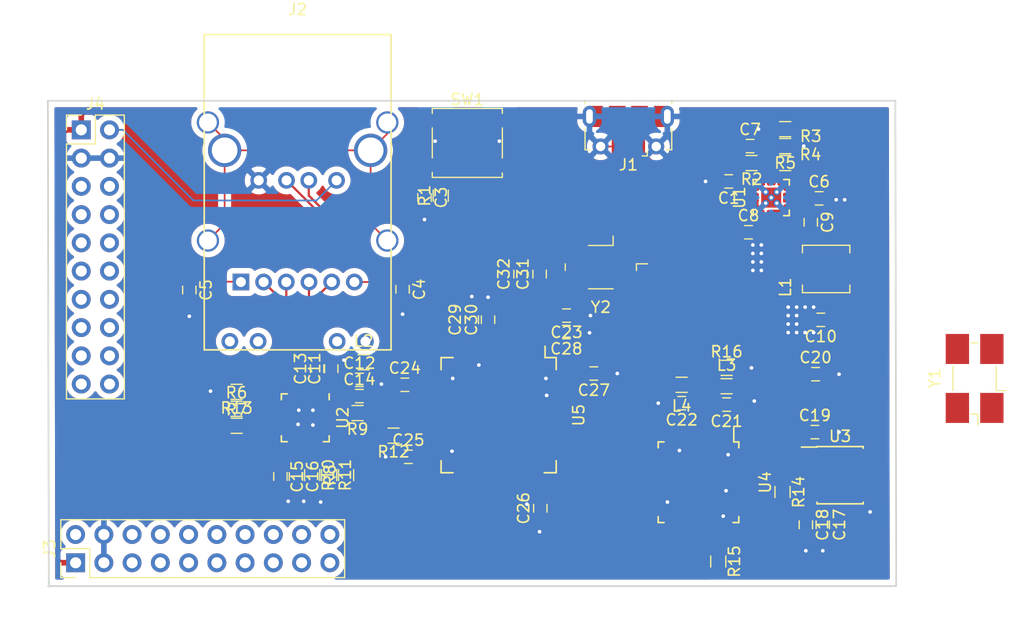
<source format=kicad_pcb>
(kicad_pcb (version 20171130) (host pcbnew "(5.0.0)")
  (layers (0 F.Cu signal) (31 B.Cu signal) (34 B.Paste user) (35 F.Paste user) (36 B.SilkS user) (37 F.SilkS user) (38 B.Mask user) (39 F.Mask user) (44 Edge.Cuts user))
  (net 0 "")
  (net 1 GND)
  (net 2 "Net-(U1-Pad1)")
  (net 3 /ethernet_phy_ksz8081/RMII_RXER)
  (net 4 /NRST)
  (net 5 +3V3)
  (net 6 /ethernet_phy_ksz8081/INTRP)
  (net 7 "Net-(J4-Pad20)")
  (net 8 "Net-(J4-Pad19)")
  (net 9 "Net-(J4-Pad18)")
  (net 10 "Net-(J4-Pad17)")
  (net 11 "Net-(J4-Pad16)")
  (net 12 "Net-(J4-Pad15)")
  (net 13 "Net-(J4-Pad14)")
  (net 14 "Net-(J4-Pad13)")
  (net 15 "Net-(J4-Pad12)")
  (net 16 "Net-(J4-Pad11)")
  (net 17 "Net-(J4-Pad10)")
  (net 18 "Net-(J4-Pad9)")
  (net 19 "Net-(J4-Pad8)")
  (net 20 "Net-(J4-Pad7)")
  (net 21 "Net-(J4-Pad6)")
  (net 22 "Net-(J4-Pad5)")
  (net 23 "Net-(J3-Pad5)")
  (net 24 "Net-(J3-Pad6)")
  (net 25 "Net-(J3-Pad7)")
  (net 26 "Net-(J3-Pad8)")
  (net 27 "Net-(J3-Pad9)")
  (net 28 "Net-(J3-Pad10)")
  (net 29 "Net-(J3-Pad11)")
  (net 30 "Net-(J3-Pad12)")
  (net 31 "Net-(J3-Pad13)")
  (net 32 "Net-(J3-Pad14)")
  (net 33 "Net-(J3-Pad15)")
  (net 34 "Net-(J3-Pad16)")
  (net 35 "Net-(J3-Pad17)")
  (net 36 "Net-(J3-Pad18)")
  (net 37 "Net-(J3-Pad19)")
  (net 38 "Net-(J3-Pad20)")
  (net 39 +5V)
  (net 40 /ethernet_phy_ksz8081/RMII_REF_CLK_OUT)
  (net 41 /ethernet_phy_ksz8081/PHY_REF_RES)
  (net 42 /ethernet_phy_ksz8081/OSC_OUT)
  (net 43 /ethernet_phy_ksz8081/3.3V_QUIET)
  (net 44 /ethernet_phy_ksz8081/1.2V_INTERNALLY_REGULATED)
  (net 45 "Net-(R14-Pad2)")
  (net 46 "Net-(R14-Pad1)")
  (net 47 /USB_PROG_D+)
  (net 48 "Net-(J1-Pad4)")
  (net 49 /USB_PROG_D-)
  (net 50 /stm32f107/ETH_RMII_CRS_DV)
  (net 51 /stm32f107/ETH_RMII_MDC)
  (net 52 /stm32f107/ETH_RMII_MDIO)
  (net 53 /stm32f107/ETH_RMII_TX_EN)
  (net 54 /stm32f107/ETH_RMII_TXD1)
  (net 55 /stm32f107/ETH_RMII_TXD0)
  (net 56 /stm32f107/ETH_RMII_RXD0)
  (net 57 /stm32f107/ETH_RMII_RXD1)
  (net 58 /stm32f107/MCO)
  (net 59 /PB9)
  (net 60 /PB8)
  (net 61 /PB7)
  (net 62 /PB6)
  (net 63 /PB5)
  (net 64 /stm32f107/NJTRST)
  (net 65 /TDO)
  (net 66 /PD2)
  (net 67 /PC12)
  (net 68 /PC11)
  (net 69 /PC10)
  (net 70 /TDI)
  (net 71 /TCK)
  (net 72 /TMS)
  (net 73 /stm32f107/OTG_FS_BUS)
  (net 74 /stm32f107/OTG_FS_ID)
  (net 75 /PC8)
  (net 76 /PC7)
  (net 77 /PC6)
  (net 78 /PB15)
  (net 79 /PB14)
  (net 80 /PB10)
  (net 81 /PB2)
  (net 82 /PB1)
  (net 83 /PB0)
  (net 84 /PA6)
  (net 85 /PA5)
  (net 86 /PA4)
  (net 87 /PA3)
  (net 88 /PA1)
  (net 89 /PA0)
  (net 90 /PC3)
  (net 91 /PC2)
  (net 92 /PC0)
  (net 93 /PC15)
  (net 94 /PC14)
  (net 95 /PC13)
  (net 96 +1V8)
  (net 97 "Net-(C20-Pad1)")
  (net 98 "Net-(R15-Pad1)")
  (net 99 /FT232H/ACBUS9)
  (net 100 /FT232H/ACBUS8)
  (net 101 /FT232H/ACBUS7)
  (net 102 /FT232H/ACBUS6)
  (net 103 /FT232H/ACBUS5)
  (net 104 /FT232H/ACBUS4)
  (net 105 /FT232H/ACBUS3)
  (net 106 /FT232H/ACBUS2)
  (net 107 /FT232H/ACBUS1)
  (net 108 /FT232H/ACBUS0)
  (net 109 /FT232H/ADBUS7)
  (net 110 /FT232H/ADBUS6)
  (net 111 /FT232H/ADBUS5)
  (net 112 /FT232H/ADBUS4)
  (net 113 "Net-(C19-Pad1)")
  (net 114 "Net-(R16-Pad1)")
  (net 115 "Net-(C21-Pad2)")
  (net 116 "Net-(C18-Pad1)")
  (net 117 /stm32f107/OSC2)
  (net 118 /stm32f107/OSC1)
  (net 119 /power_supply/RT)
  (net 120 /power_supply/FB)
  (net 121 /power_supply/SW)
  (net 122 /power_supply/INTVcc)
  (net 123 /ethernet_phy_ksz8081/LED0)
  (net 124 "Net-(C7-Pad1)")
  (net 125 "Net-(U3-Pad7)")
  (net 126 "Net-(U3-Pad6)")
  (net 127 "Net-(U3-Pad2)")
  (net 128 "Net-(U3-Pad1)")
  (net 129 "Net-(C22-Pad1)")
  (net 130 "Net-(U1-Pad5)")
  (net 131 /power_supply/PGOOD)
  (net 132 "Net-(J2-PadSH1)")
  (net 133 "Net-(C5-Pad1)")
  (net 134 "Net-(C4-Pad1)")
  (net 135 "Net-(J2-Pad13)")
  (net 136 "Net-(J2-Pad14)")
  (net 137 "Net-(J2-Pad15)")
  (net 138 "Net-(J2-Pad16)")
  (net 139 /power_supply/ITH)
  (net 140 /power_supply/BST)
  (net 141 /RX_P)
  (net 142 /RX_N)
  (net 143 /TX_P)
  (net 144 /TX_N)
  (net 145 /stm32f107/OTG_FS_N)
  (net 146 /stm32f107/OTG_FS_P)
  (net 147 "Net-(C1-Pad1)")
  (module Crystals:Crystal_SMD_0603-4pin_6.0x3.5mm_HandSoldering (layer F.Cu) (at 103.488 96.2285 180)
    (fp_text reference Y2 (at 0 -3.6 180) (layer F.SilkS))
    (fp_text value Crystal)
    (pad 1 smd rect (at -2.65 1.55 180) (size 2.7 2.1) (layers F.Cu F.Paste F.Mask) (net 118 /stm32f107/OSC1))
    (pad 2 smd rect (at 2.65 1.55 180) (size 2.7 2.1) (layers F.Cu F.Paste F.Mask) (net 117 /stm32f107/OSC2))
    (pad 3 smd rect (at 2.65 -1.55 180) (size 2.7 2.1) (layers F.Cu F.Paste F.Mask))
    (pad 4 smd rect (at -2.65 -1.55 180) (size 2.7 2.1) (layers F.Cu F.Paste F.Mask))
  )
  (module Crystals:Crystal_SMD_0603-4pin_6.0x3.5mm_HandSoldering (layer F.Cu) (at 137.0965 106.2355 90)
    (fp_text reference Y1 (at 0 -3.6 90) (layer F.SilkS))
    (fp_text value Crystal)
    (pad 4 smd rect (at -2.65 -1.55 90) (size 2.7 2.1) (layers F.Cu F.Paste F.Mask))
    (pad 3 smd rect (at 2.65 -1.55 90) (size 2.7 2.1) (layers F.Cu F.Paste F.Mask))
    (pad 2 smd rect (at 2.65 1.55 90) (size 2.7 2.1) (layers F.Cu F.Paste F.Mask) (net 97 "Net-(C20-Pad1)"))
    (pad 1 smd rect (at -2.65 1.55 90) (size 2.7 2.1) (layers F.Cu F.Paste F.Mask) (net 113 "Net-(C19-Pad1)"))
  )
  (module Capacitors_SMD:C_0603 (layer F.Cu) (at 114.9865 88.519 180)
    (fp_text reference C1 (at 0 -1.5 180) (layer F.SilkS))
    (fp_text value 2200p)
    (pad 1 smd rect (at -0.75 0 180) (size 0.8 0.75) (layers F.Cu F.Paste F.Mask) (net 147 "Net-(C1-Pad1)"))
    (pad 2 smd rect (at 0.75 0 180) (size 0.8 0.75) (layers F.Cu F.Paste F.Mask) (net 1 GND))
  )
  (module Exodus_Connectors:ARJ-169 (layer F.Cu) (at 76.2245 83.215 180)
    (fp_text reference J2 (at 0 10.16 180) (layer F.SilkS))
    (fp_text value ARJ-169)
    (pad 16 thru_hole circle (at -6.095 -19.69 180) (size 1.5 1.5) (drill 0.9) (layers *.Cu *.Mask F.Adhes) (net 138 "Net-(J2-Pad16)"))
    (pad 15 thru_hole circle (at -3.555 -19.69 180) (size 1.5 1.5) (drill 0.9) (layers *.Cu *.Mask F.Adhes) (net 137 "Net-(J2-Pad15)"))
    (pad 14 thru_hole circle (at 3.555 -19.69 180) (size 1.5 1.5) (drill 0.9) (layers *.Cu *.Mask F.Adhes) (net 136 "Net-(J2-Pad14)"))
    (pad 13 thru_hole circle (at 6.095 -19.69 180) (size 1.5 1.5) (drill 0.9) (layers *.Cu *.Mask F.Adhes) (net 135 "Net-(J2-Pad13)"))
    (pad P6 thru_hole circle (at -5.1 -14.35 180) (size 1.5 1.5) (drill 0.9) (layers *.Cu *.Mask F.Adhes) (net 134 "Net-(C4-Pad1)"))
    (pad P5 thru_hole circle (at -3.06 -14.35 180) (size 1.5 1.5) (drill 0.9) (layers *.Cu *.Mask F.Adhes) (net 142 /RX_N))
    (pad P4 thru_hole circle (at -1.02 -14.35 180) (size 1.5 1.5) (drill 0.9) (layers *.Cu *.Mask F.Adhes) (net 141 /RX_P))
    (pad P3 thru_hole circle (at 1.02 -14.35 180) (size 1.5 1.5) (drill 0.9) (layers *.Cu *.Mask F.Adhes) (net 144 /TX_N))
    (pad P2 thru_hole circle (at 3.06 -14.35 180) (size 1.5 1.5) (drill 0.9) (layers *.Cu *.Mask F.Adhes) (net 143 /TX_P))
    (pad P1 thru_hole rect (at 5.1 -14.35 180) (size 1.5 1.5) (drill 0.9) (layers *.Cu *.Mask F.Adhes) (net 133 "Net-(C5-Pad1)"))
    (pad U4 thru_hole circle (at 3.5 -5.21 180) (size 1.5 1.5) (drill 0.9) (layers *.Cu *.Mask F.Adhes) (net 1 GND))
    (pad U3 thru_hole circle (at 1 -5.21 180) (size 1.5 1.5) (drill 0.9) (layers *.Cu *.Mask) (net 146 /stm32f107/OTG_FS_P))
    (pad U2 thru_hole circle (at -1 -5.21 180) (size 1.5 1.5) (drill 0.9) (layers *.Cu *.Mask) (net 145 /stm32f107/OTG_FS_N))
    (pad U1 thru_hole circle (at -3.5 -5.21 180) (size 1.5 1.5) (drill 0.9) (layers *.Cu *.Mask) (net 39 +5V))
    (pad SH5 thru_hole circle (at -6.565 -2.51 180) (size 3 3) (drill 2.31) (layers *.Cu *.Mask) (net 132 "Net-(J2-PadSH1)"))
    (pad SH5 thru_hole circle (at 6.565 -2.51 180) (size 3 3) (drill 2.31) (layers *.Cu *.Mask) (net 132 "Net-(J2-PadSH1)"))
    (pad SH4 thru_hole circle (at -8.065 -10.62 180) (size 2 2) (drill 1.6) (layers *.Cu *.Mask) (net 132 "Net-(J2-PadSH1)"))
    (pad SH4 thru_hole circle (at 8.065 -10.62 180) (size 2 2) (drill 1.6) (layers *.Cu *.Mask) (net 132 "Net-(J2-PadSH1)"))
    (pad SH2 thru_hole circle (at -8.065 0 180) (size 2 2) (drill 1.6) (layers *.Cu *.Mask) (net 132 "Net-(J2-PadSH1)"))
    (pad SH1 thru_hole circle (at 8.065 0 180) (size 2 2) (drill 1.6) (layers *.Cu *.Mask) (net 132 "Net-(J2-PadSH1)"))
  )
  (module Inductors_SMD:L_0603 (layer F.Cu) (at 82.157 104.775)
    (fp_text reference L2 (at 0 -1.9) (layer F.SilkS))
    (fp_text value Ferrite_Bead)
    (pad 2 smd rect (at 0.75 0) (size 0.5 0.9) (layers F.Cu F.Paste F.Mask) (net 5 +3V3))
    (pad 1 smd rect (at -0.75 0) (size 0.5 0.9) (layers F.Cu F.Paste F.Mask) (net 43 /ethernet_phy_ksz8081/3.3V_QUIET))
  )
  (module Capacitors_SMD:C_0603 (layer F.Cu) (at 97.9805 96.8495 90)
    (fp_text reference C31 (at 0 -1.5 90) (layer F.SilkS))
    (fp_text value C_Small)
    (pad 2 smd rect (at 0.75 0 90) (size 0.8 0.75) (layers F.Cu F.Paste F.Mask) (net 1 GND))
    (pad 1 smd rect (at -0.75 0 90) (size 0.8 0.75) (layers F.Cu F.Paste F.Mask) (net 118 /stm32f107/OSC1))
  )
  (module Capacitors_SMD:C_0603 (layer F.Cu) (at 100.4055 100.584 180)
    (fp_text reference C23 (at 0 -1.5 180) (layer F.SilkS))
    (fp_text value 100nF)
    (pad 2 smd rect (at 0.75 0 180) (size 0.8 0.75) (layers F.Cu F.Paste F.Mask) (net 5 +3V3))
    (pad 1 smd rect (at -0.75 0 180) (size 0.8 0.75) (layers F.Cu F.Paste F.Mask) (net 1 GND))
  )
  (module Housings_QFP:LQFP-64_10x10mm_Pitch0.5mm (layer F.Cu) (at 94.2975 109.5375 270)
    (fp_text reference U5 (at 0 -7.2 270) (layer F.SilkS))
    (fp_text value STM32F107RCTx)
    (pad 1 smd rect (at -5.7 -3.75 270) (size 1 0.25) (layers F.Cu F.Paste F.Mask) (net 5 +3V3))
    (pad 2 smd rect (at -5.7 -3.25 270) (size 1 0.25) (layers F.Cu F.Paste F.Mask) (net 95 /PC13))
    (pad 3 smd rect (at -5.7 -2.75 270) (size 1 0.25) (layers F.Cu F.Paste F.Mask) (net 94 /PC14))
    (pad 4 smd rect (at -5.7 -2.25 270) (size 1 0.25) (layers F.Cu F.Paste F.Mask) (net 93 /PC15))
    (pad 5 smd rect (at -5.7 -1.75 270) (size 1 0.25) (layers F.Cu F.Paste F.Mask) (net 118 /stm32f107/OSC1))
    (pad 6 smd rect (at -5.7 -1.25 270) (size 1 0.25) (layers F.Cu F.Paste F.Mask) (net 117 /stm32f107/OSC2))
    (pad 7 smd rect (at -5.7 -0.75 270) (size 1 0.25) (layers F.Cu F.Paste F.Mask) (net 4 /NRST))
    (pad 8 smd rect (at -5.7 -0.25 270) (size 1 0.25) (layers F.Cu F.Paste F.Mask) (net 92 /PC0))
    (pad 9 smd rect (at -5.7 0.25 270) (size 1 0.25) (layers F.Cu F.Paste F.Mask) (net 51 /stm32f107/ETH_RMII_MDC))
    (pad 10 smd rect (at -5.7 0.75 270) (size 1 0.25) (layers F.Cu F.Paste F.Mask) (net 91 /PC2))
    (pad 11 smd rect (at -5.7 1.25 270) (size 1 0.25) (layers F.Cu F.Paste F.Mask) (net 90 /PC3))
    (pad 12 smd rect (at -5.7 1.75 270) (size 1 0.25) (layers F.Cu F.Paste F.Mask) (net 1 GND))
    (pad 13 smd rect (at -5.7 2.25 270) (size 1 0.25) (layers F.Cu F.Paste F.Mask) (net 5 +3V3))
    (pad 14 smd rect (at -5.7 2.75 270) (size 1 0.25) (layers F.Cu F.Paste F.Mask) (net 89 /PA0))
    (pad 15 smd rect (at -5.7 3.25 270) (size 1 0.25) (layers F.Cu F.Paste F.Mask) (net 88 /PA1))
    (pad 16 smd rect (at -5.7 3.75 270) (size 1 0.25) (layers F.Cu F.Paste F.Mask) (net 52 /stm32f107/ETH_RMII_MDIO))
    (pad 17 smd rect (at -3.75 5.7) (size 1 0.25) (layers F.Cu F.Paste F.Mask) (net 87 /PA3))
    (pad 18 smd rect (at -3.25 5.7) (size 1 0.25) (layers F.Cu F.Paste F.Mask) (net 1 GND))
    (pad 19 smd rect (at -2.75 5.7) (size 1 0.25) (layers F.Cu F.Paste F.Mask) (net 5 +3V3))
    (pad 20 smd rect (at -2.25 5.7) (size 1 0.25) (layers F.Cu F.Paste F.Mask) (net 86 /PA4))
    (pad 21 smd rect (at -1.75 5.7) (size 1 0.25) (layers F.Cu F.Paste F.Mask) (net 85 /PA5))
    (pad 22 smd rect (at -1.25 5.7) (size 1 0.25) (layers F.Cu F.Paste F.Mask) (net 84 /PA6))
    (pad 23 smd rect (at -0.75 5.7) (size 1 0.25) (layers F.Cu F.Paste F.Mask) (net 50 /stm32f107/ETH_RMII_CRS_DV))
    (pad 24 smd rect (at -0.25 5.7) (size 1 0.25) (layers F.Cu F.Paste F.Mask) (net 56 /stm32f107/ETH_RMII_RXD0))
    (pad 25 smd rect (at 0.25 5.7) (size 1 0.25) (layers F.Cu F.Paste F.Mask) (net 57 /stm32f107/ETH_RMII_RXD1))
    (pad 26 smd rect (at 0.75 5.7) (size 1 0.25) (layers F.Cu F.Paste F.Mask) (net 83 /PB0))
    (pad 27 smd rect (at 1.25 5.7) (size 1 0.25) (layers F.Cu F.Paste F.Mask) (net 82 /PB1))
    (pad 28 smd rect (at 1.75 5.7) (size 1 0.25) (layers F.Cu F.Paste F.Mask) (net 81 /PB2))
    (pad 29 smd rect (at 2.25 5.7) (size 1 0.25) (layers F.Cu F.Paste F.Mask) (net 80 /PB10))
    (pad 30 smd rect (at 2.75 5.7) (size 1 0.25) (layers F.Cu F.Paste F.Mask) (net 53 /stm32f107/ETH_RMII_TX_EN))
    (pad 31 smd rect (at 3.25 5.7) (size 1 0.25) (layers F.Cu F.Paste F.Mask) (net 1 GND))
    (pad 32 smd rect (at 3.75 5.7) (size 1 0.25) (layers F.Cu F.Paste F.Mask) (net 5 +3V3))
    (pad 33 smd rect (at 5.7 3.75 270) (size 1 0.25) (layers F.Cu F.Paste F.Mask) (net 55 /stm32f107/ETH_RMII_TXD0))
    (pad 34 smd rect (at 5.7 3.25 270) (size 1 0.25) (layers F.Cu F.Paste F.Mask) (net 54 /stm32f107/ETH_RMII_TXD1))
    (pad 35 smd rect (at 5.7 2.75 270) (size 1 0.25) (layers F.Cu F.Paste F.Mask) (net 79 /PB14))
    (pad 36 smd rect (at 5.7 2.25 270) (size 1 0.25) (layers F.Cu F.Paste F.Mask) (net 78 /PB15))
    (pad 37 smd rect (at 5.7 1.75 270) (size 1 0.25) (layers F.Cu F.Paste F.Mask) (net 77 /PC6))
    (pad 38 smd rect (at 5.7 1.25 270) (size 1 0.25) (layers F.Cu F.Paste F.Mask) (net 76 /PC7))
    (pad 39 smd rect (at 5.7 0.75 270) (size 1 0.25) (layers F.Cu F.Paste F.Mask) (net 75 /PC8))
    (pad 40 smd rect (at 5.7 0.25 270) (size 1 0.25) (layers F.Cu F.Paste F.Mask) (net 6 /ethernet_phy_ksz8081/INTRP))
    (pad 41 smd rect (at 5.7 -0.25 270) (size 1 0.25) (layers F.Cu F.Paste F.Mask) (net 58 /stm32f107/MCO))
    (pad 42 smd rect (at 5.7 -0.75 270) (size 1 0.25) (layers F.Cu F.Paste F.Mask) (net 74 /stm32f107/OTG_FS_ID))
    (pad 43 smd rect (at 5.7 -1.25 270) (size 1 0.25) (layers F.Cu F.Paste F.Mask) (net 73 /stm32f107/OTG_FS_BUS))
    (pad 44 smd rect (at 5.7 -1.75 270) (size 1 0.25) (layers F.Cu F.Paste F.Mask) (net 145 /stm32f107/OTG_FS_N))
    (pad 45 smd rect (at 5.7 -2.25 270) (size 1 0.25) (layers F.Cu F.Paste F.Mask) (net 146 /stm32f107/OTG_FS_P))
    (pad 46 smd rect (at 5.7 -2.75 270) (size 1 0.25) (layers F.Cu F.Paste F.Mask) (net 72 /TMS))
    (pad 47 smd rect (at 5.7 -3.25 270) (size 1 0.25) (layers F.Cu F.Paste F.Mask) (net 1 GND))
    (pad 48 smd rect (at 5.7 -3.75 270) (size 1 0.25) (layers F.Cu F.Paste F.Mask) (net 5 +3V3))
    (pad 49 smd rect (at 3.75 -5.7) (size 1 0.25) (layers F.Cu F.Paste F.Mask) (net 71 /TCK))
    (pad 50 smd rect (at 3.25 -5.7) (size 1 0.25) (layers F.Cu F.Paste F.Mask) (net 70 /TDI))
    (pad 51 smd rect (at 2.75 -5.7) (size 1 0.25) (layers F.Cu F.Paste F.Mask) (net 69 /PC10))
    (pad 52 smd rect (at 2.25 -5.7) (size 1 0.25) (layers F.Cu F.Paste F.Mask) (net 68 /PC11))
    (pad 53 smd rect (at 1.75 -5.7) (size 1 0.25) (layers F.Cu F.Paste F.Mask) (net 67 /PC12))
    (pad 54 smd rect (at 1.25 -5.7) (size 1 0.25) (layers F.Cu F.Paste F.Mask) (net 66 /PD2))
    (pad 55 smd rect (at 0.75 -5.7) (size 1 0.25) (layers F.Cu F.Paste F.Mask) (net 65 /TDO))
    (pad 56 smd rect (at 0.25 -5.7) (size 1 0.25) (layers F.Cu F.Paste F.Mask) (net 64 /stm32f107/NJTRST))
    (pad 57 smd rect (at -0.25 -5.7) (size 1 0.25) (layers F.Cu F.Paste F.Mask) (net 63 /PB5))
    (pad 58 smd rect (at -0.75 -5.7) (size 1 0.25) (layers F.Cu F.Paste F.Mask) (net 62 /PB6))
    (pad 59 smd rect (at -1.25 -5.7) (size 1 0.25) (layers F.Cu F.Paste F.Mask) (net 61 /PB7))
    (pad 60 smd rect (at -1.75 -5.7) (size 1 0.25) (layers F.Cu F.Paste F.Mask) (net 1 GND))
    (pad 61 smd rect (at -2.25 -5.7) (size 1 0.25) (layers F.Cu F.Paste F.Mask) (net 60 /PB8))
    (pad 62 smd rect (at -2.75 -5.7) (size 1 0.25) (layers F.Cu F.Paste F.Mask) (net 59 /PB9))
    (pad 63 smd rect (at -3.25 -5.7) (size 1 0.25) (layers F.Cu F.Paste F.Mask) (net 1 GND))
    (pad 64 smd rect (at -3.75 -5.7) (size 1 0.25) (layers F.Cu F.Paste F.Mask) (net 5 +3V3))
  )
  (module Capacitors_SMD:C_0603 (layer F.Cu) (at 86.1815 113.284)
    (fp_text reference C25 (at 0 -1.5) (layer F.SilkS))
    (fp_text value 100nF)
    (pad 2 smd rect (at 0.75 0) (size 0.8 0.75) (layers F.Cu F.Paste F.Mask) (net 5 +3V3))
    (pad 1 smd rect (at -0.75 0) (size 0.8 0.75) (layers F.Cu F.Paste F.Mask) (net 1 GND))
  )
  (module Resistors_SMD:R_0603 (layer F.Cu) (at 119.8245 116.447 270)
    (fp_text reference R14 (at 0 -1.45 270) (layer F.SilkS))
    (fp_text value R_Small)
    (pad 2 smd rect (at 0.75 0 270) (size 0.5 0.9) (layers F.Cu F.Paste F.Mask) (net 45 "Net-(R14-Pad2)"))
    (pad 1 smd rect (at -0.75 0 270) (size 0.5 0.9) (layers F.Cu F.Paste F.Mask) (net 46 "Net-(R14-Pad1)"))
  )
  (module Inductors_SMD:L_0603 (layer F.Cu) (at 110.756 106.807 180)
    (fp_text reference L4 (at 0 -1.9 180) (layer F.SilkS))
    (fp_text value Ferrite_Bead_Small)
    (pad 1 smd rect (at -0.75 0 180) (size 0.5 0.9) (layers F.Cu F.Paste F.Mask) (net 129 "Net-(C22-Pad1)"))
    (pad 2 smd rect (at 0.75 0 180) (size 0.5 0.9) (layers F.Cu F.Paste F.Mask) (net 5 +3V3))
  )
  (module Inductors_SMD:L_0603 (layer F.Cu) (at 114.796 106.934)
    (fp_text reference L3 (at 0 -1.9) (layer F.SilkS))
    (fp_text value Ferrite_Bead_Small)
    (pad 2 smd rect (at 0.75 0) (size 0.5 0.9) (layers F.Cu F.Paste F.Mask) (net 5 +3V3))
    (pad 1 smd rect (at -0.75 0) (size 0.5 0.9) (layers F.Cu F.Paste F.Mask) (net 115 "Net-(C21-Pad2)"))
  )
  (module Connectors_USB:USB_Micro-B_Molex-105017-0001 (layer F.Cu) (at 105.9655 83.027 180)
    (fp_text reference J1 (at 0 -4 180) (layer F.SilkS))
    (fp_text value USB_B_Micro)
    (pad 6 smd rect (at 1 0.35 180) (size 1.5 1.9) (layers F.Cu F.Paste F.Mask) (net 1 GND))
    (pad 6 thru_hole circle (at -2.5 -2.35 180) (size 1.45 1.45) (drill 0.85) (layers *.Cu *.Mask) (net 1 GND))
    (pad 2 smd rect (at -0.65 -2.35 180) (size 0.4 1.35) (layers F.Cu F.Paste F.Mask) (net 49 /USB_PROG_D-))
    (pad 1 smd rect (at -1.3 -2.35 180) (size 0.4 1.35) (layers F.Cu F.Paste F.Mask) (net 39 +5V))
    (pad 5 smd rect (at 1.3 -2.35 180) (size 0.4 1.35) (layers F.Cu F.Paste F.Mask) (net 1 GND))
    (pad 4 smd rect (at 0.65 -2.35 180) (size 0.4 1.35) (layers F.Cu F.Paste F.Mask) (net 48 "Net-(J1-Pad4)"))
    (pad 3 smd rect (at 0 -2.35 180) (size 0.4 1.35) (layers F.Cu F.Paste F.Mask) (net 47 /USB_PROG_D+))
    (pad 6 thru_hole circle (at 2.5 -2.35 180) (size 1.45 1.45) (drill 0.85) (layers *.Cu *.Mask) (net 1 GND))
    (pad 6 smd rect (at -1 0.35 180) (size 1.5 1.9) (layers F.Cu F.Paste F.Mask) (net 1 GND))
    (pad 6 thru_hole oval (at -3.5 0.35) (size 1.2 1.9) (drill oval 0.6 1.3) (layers *.Cu *.Mask) (net 1 GND))
    (pad 6 thru_hole oval (at 3.5 0.35 180) (size 1.2 1.9) (drill oval 0.6 1.3) (layers *.Cu *.Mask) (net 1 GND))
    (pad 6 smd rect (at 2.9 0.35 180) (size 1.2 1.9) (layers F.Cu F.Mask) (net 1 GND))
    (pad 6 smd rect (at -2.9 0.35 180) (size 1.2 1.9) (layers F.Cu F.Mask) (net 1 GND))
  )
  (module Housings_QFP:LQFP-48_7x7mm_Pitch0.5mm (layer F.Cu) (at 112.268 115.57 270)
    (fp_text reference U4 (at 0 -6 270) (layer F.SilkS))
    (fp_text value FT232H)
    (pad 1 smd rect (at -4.35 -2.75 270) (size 1.3 0.25) (layers F.Cu F.Paste F.Mask) (net 113 "Net-(C19-Pad1)"))
    (pad 2 smd rect (at -4.35 -2.25 270) (size 1.3 0.25) (layers F.Cu F.Paste F.Mask) (net 97 "Net-(C20-Pad1)"))
    (pad 3 smd rect (at -4.35 -1.75 270) (size 1.3 0.25) (layers F.Cu F.Paste F.Mask) (net 115 "Net-(C21-Pad2)"))
    (pad 4 smd rect (at -4.35 -1.25 270) (size 1.3 0.25) (layers F.Cu F.Paste F.Mask) (net 1 GND))
    (pad 5 smd rect (at -4.35 -0.75 270) (size 1.3 0.25) (layers F.Cu F.Paste F.Mask) (net 114 "Net-(R16-Pad1)"))
    (pad 6 smd rect (at -4.35 -0.25 270) (size 1.3 0.25) (layers F.Cu F.Paste F.Mask) (net 49 /USB_PROG_D-))
    (pad 7 smd rect (at -4.35 0.25 270) (size 1.3 0.25) (layers F.Cu F.Paste F.Mask) (net 47 /USB_PROG_D+))
    (pad 8 smd rect (at -4.35 0.75 270) (size 1.3 0.25) (layers F.Cu F.Paste F.Mask) (net 129 "Net-(C22-Pad1)"))
    (pad 9 smd rect (at -4.35 1.25 270) (size 1.3 0.25) (layers F.Cu F.Paste F.Mask) (net 1 GND))
    (pad 10 smd rect (at -4.35 1.75 270) (size 1.3 0.25) (layers F.Cu F.Paste F.Mask) (net 1 GND))
    (pad 11 smd rect (at -4.35 2.25 270) (size 1.3 0.25) (layers F.Cu F.Paste F.Mask) (net 1 GND))
    (pad 12 smd rect (at -4.35 2.75 270) (size 1.3 0.25) (layers F.Cu F.Paste F.Mask) (net 5 +3V3))
    (pad 13 smd rect (at -2.75 4.35) (size 1.3 0.25) (layers F.Cu F.Paste F.Mask) (net 71 /TCK))
    (pad 14 smd rect (at -2.25 4.35) (size 1.3 0.25) (layers F.Cu F.Paste F.Mask) (net 70 /TDI))
    (pad 15 smd rect (at -1.75 4.35) (size 1.3 0.25) (layers F.Cu F.Paste F.Mask) (net 65 /TDO))
    (pad 16 smd rect (at -1.25 4.35) (size 1.3 0.25) (layers F.Cu F.Paste F.Mask) (net 72 /TMS))
    (pad 17 smd rect (at -0.75 4.35) (size 1.3 0.25) (layers F.Cu F.Paste F.Mask) (net 112 /FT232H/ADBUS4))
    (pad 18 smd rect (at -0.25 4.35) (size 1.3 0.25) (layers F.Cu F.Paste F.Mask) (net 111 /FT232H/ADBUS5))
    (pad 19 smd rect (at 0.25 4.35) (size 1.3 0.25) (layers F.Cu F.Paste F.Mask) (net 110 /FT232H/ADBUS6))
    (pad 20 smd rect (at 0.75 4.35) (size 1.3 0.25) (layers F.Cu F.Paste F.Mask) (net 109 /FT232H/ADBUS7))
    (pad 21 smd rect (at 1.25 4.35) (size 1.3 0.25) (layers F.Cu F.Paste F.Mask) (net 108 /FT232H/ACBUS0))
    (pad 22 smd rect (at 1.75 4.35) (size 1.3 0.25) (layers F.Cu F.Paste F.Mask) (net 1 GND))
    (pad 23 smd rect (at 2.25 4.35) (size 1.3 0.25) (layers F.Cu F.Paste F.Mask) (net 1 GND))
    (pad 24 smd rect (at 2.75 4.35) (size 1.3 0.25) (layers F.Cu F.Paste F.Mask) (net 5 +3V3))
    (pad 25 smd rect (at 4.35 2.75 270) (size 1.3 0.25) (layers F.Cu F.Paste F.Mask) (net 107 /FT232H/ACBUS1))
    (pad 26 smd rect (at 4.35 2.25 270) (size 1.3 0.25) (layers F.Cu F.Paste F.Mask) (net 106 /FT232H/ACBUS2))
    (pad 27 smd rect (at 4.35 1.75 270) (size 1.3 0.25) (layers F.Cu F.Paste F.Mask) (net 105 /FT232H/ACBUS3))
    (pad 28 smd rect (at 4.35 1.25 270) (size 1.3 0.25) (layers F.Cu F.Paste F.Mask) (net 104 /FT232H/ACBUS4))
    (pad 29 smd rect (at 4.35 0.75 270) (size 1.3 0.25) (layers F.Cu F.Paste F.Mask) (net 103 /FT232H/ACBUS5))
    (pad 30 smd rect (at 4.35 0.25 270) (size 1.3 0.25) (layers F.Cu F.Paste F.Mask) (net 102 /FT232H/ACBUS6))
    (pad 31 smd rect (at 4.35 -0.25 270) (size 1.3 0.25) (layers F.Cu F.Paste F.Mask) (net 101 /FT232H/ACBUS7))
    (pad 32 smd rect (at 4.35 -0.75 270) (size 1.3 0.25) (layers F.Cu F.Paste F.Mask) (net 100 /FT232H/ACBUS8))
    (pad 33 smd rect (at 4.35 -1.25 270) (size 1.3 0.25) (layers F.Cu F.Paste F.Mask) (net 99 /FT232H/ACBUS9))
    (pad 34 smd rect (at 4.35 -1.75 270) (size 1.3 0.25) (layers F.Cu F.Paste F.Mask) (net 98 "Net-(R15-Pad1)"))
    (pad 35 smd rect (at 4.35 -2.25 270) (size 1.3 0.25) (layers F.Cu F.Paste F.Mask) (net 1 GND))
    (pad 36 smd rect (at 4.35 -2.75 270) (size 1.3 0.25) (layers F.Cu F.Paste F.Mask) (net 1 GND))
    (pad 37 smd rect (at 2.75 -4.35) (size 1.3 0.25) (layers F.Cu F.Paste F.Mask) (net 116 "Net-(C18-Pad1)"))
    (pad 38 smd rect (at 2.25 -4.35) (size 1.3 0.25) (layers F.Cu F.Paste F.Mask) (net 96 +1V8))
    (pad 39 smd rect (at 1.75 -4.35) (size 1.3 0.25) (layers F.Cu F.Paste F.Mask) (net 5 +3V3))
    (pad 40 smd rect (at 1.25 -4.35) (size 1.3 0.25) (layers F.Cu F.Paste F.Mask) (net 5 +3V3))
    (pad 41 smd rect (at 0.75 -4.35) (size 1.3 0.25) (layers F.Cu F.Paste F.Mask) (net 1 GND))
    (pad 42 smd rect (at 0.25 -4.35) (size 1.3 0.25) (layers F.Cu F.Paste F.Mask) (net 1 GND))
    (pad 43 smd rect (at -0.25 -4.35) (size 1.3 0.25) (layers F.Cu F.Paste F.Mask) (net 46 "Net-(R14-Pad1)"))
    (pad 44 smd rect (at -0.75 -4.35) (size 1.3 0.25) (layers F.Cu F.Paste F.Mask) (net 127 "Net-(U3-Pad2)"))
    (pad 45 smd rect (at -1.25 -4.35) (size 1.3 0.25) (layers F.Cu F.Paste F.Mask) (net 128 "Net-(U3-Pad1)"))
    (pad 46 smd rect (at -1.75 -4.35) (size 1.3 0.25) (layers F.Cu F.Paste F.Mask) (net 5 +3V3))
    (pad 47 smd rect (at -2.25 -4.35) (size 1.3 0.25) (layers F.Cu F.Paste F.Mask) (net 1 GND))
    (pad 48 smd rect (at -2.75 -4.35) (size 1.3 0.25) (layers F.Cu F.Paste F.Mask) (net 1 GND))
  )
  (module Housings_DFN_QFN:QFN-16-1EP_3x3mm_Pitch0.5mm_ThermalVias (layer F.Cu) (at 118.8085 89.974 90)
    (fp_text reference U1 (at 0 -2.85 90) (layer F.SilkS))
    (fp_text value LTC3604_UD)
    (pad 17 thru_hole circle (at -0.5 0.5 90) (size 0.6 0.6) (drill 0.3) (layers *.Cu) (net 1 GND))
    (pad 17 thru_hole circle (at 0.5 0.5 90) (size 0.6 0.6) (drill 0.3) (layers *.Cu) (net 1 GND))
    (pad 17 thru_hole circle (at 0.5 -0.5 90) (size 0.6 0.6) (drill 0.3) (layers *.Cu) (net 1 GND))
    (pad 17 thru_hole circle (at -0.5 -0.5 90) (size 0.6 0.6) (drill 0.3) (layers *.Cu) (net 1 GND))
    (pad 17 thru_hole circle (at 0 0 90) (size 0.6 0.6) (drill 0.3) (layers *.Cu) (net 1 GND))
    (pad 17 smd rect (at -0.45 -0.45 90) (size 0.9 0.9) (layers F.Cu F.Paste F.Mask) (net 1 GND))
    (pad 17 smd rect (at -0.45 0.45 90) (size 0.9 0.9) (layers F.Cu F.Paste F.Mask) (net 1 GND))
    (pad 17 smd rect (at 0.45 -0.45 90) (size 0.9 0.9) (layers F.Cu F.Paste F.Mask) (net 1 GND))
    (pad 17 smd rect (at 0.45 0.45 90) (size 0.9 0.9) (layers F.Cu F.Paste F.Mask) (net 1 GND))
    (pad 16 smd oval (at -0.75 -1.475 180) (size 0.75 0.3) (layers F.Cu F.Paste F.Mask) (net 39 +5V))
    (pad 15 smd oval (at -0.25 -1.475 180) (size 0.75 0.3) (layers F.Cu F.Paste F.Mask) (net 39 +5V))
    (pad 14 smd oval (at 0.25 -1.475 180) (size 0.75 0.3) (layers F.Cu F.Paste F.Mask) (net 39 +5V))
    (pad 13 smd oval (at 0.75 -1.475 180) (size 0.75 0.3) (layers F.Cu F.Paste F.Mask) (net 147 "Net-(C1-Pad1)"))
    (pad 12 smd oval (at 1.475 -0.75 90) (size 0.75 0.3) (layers F.Cu F.Paste F.Mask) (net 139 /power_supply/ITH))
    (pad 11 smd oval (at 1.475 -0.25 90) (size 0.75 0.3) (layers F.Cu F.Paste F.Mask) (net 120 /power_supply/FB))
    (pad 10 smd oval (at 1.475 0.25 90) (size 0.75 0.3) (layers F.Cu F.Paste F.Mask) (net 119 /power_supply/RT))
    (pad 9 smd oval (at 1.475 0.75 90) (size 0.75 0.3) (layers F.Cu F.Paste F.Mask) (net 1 GND))
    (pad 8 smd oval (at 0.75 1.475 180) (size 0.75 0.3) (layers F.Cu F.Paste F.Mask) (net 5 +3V3))
    (pad 7 smd oval (at 0.25 1.475 180) (size 0.75 0.3) (layers F.Cu F.Paste F.Mask) (net 122 /power_supply/INTVcc))
    (pad 6 smd oval (at -0.25 1.475 180) (size 0.75 0.3) (layers F.Cu F.Paste F.Mask) (net 140 /power_supply/BST))
    (pad 5 smd oval (at -0.75 1.475 180) (size 0.75 0.3) (layers F.Cu F.Paste F.Mask) (net 130 "Net-(U1-Pad5)"))
    (pad 4 smd oval (at -1.475 0.75 90) (size 0.75 0.3) (layers F.Cu F.Paste F.Mask) (net 121 /power_supply/SW))
    (pad 3 smd oval (at -1.475 0.25 90) (size 0.75 0.3) (layers F.Cu F.Paste F.Mask) (net 121 /power_supply/SW))
    (pad 2 smd oval (at -1.475 -0.25 90) (size 0.75 0.3) (layers F.Cu F.Paste F.Mask) (net 131 /power_supply/PGOOD))
    (pad 1 smd oval (at -1.475 -0.75 90) (size 0.75 0.3) (layers F.Cu F.Paste F.Mask) (net 2 "Net-(U1-Pad1)"))
  )
  (module Capacitors_SMD:C_0603 (layer F.Cu) (at 77.978 105.3585 90)
    (fp_text reference C13 (at 0 -1.5 90) (layer F.SilkS))
    (fp_text value 0.1u)
    (pad 1 smd rect (at -0.75 0 90) (size 0.8 0.75) (layers F.Cu F.Paste F.Mask) (net 43 /ethernet_phy_ksz8081/3.3V_QUIET))
    (pad 2 smd rect (at 0.75 0 90) (size 0.8 0.75) (layers F.Cu F.Paste F.Mask) (net 1 GND))
  )
  (module Housings_DFN_QFN:QFN-24-1EP_4x4mm_Pitch0.5mm (layer F.Cu) (at 76.9105 109.773 270)
    (fp_text reference U2 (at 0 -3.375 270) (layer F.SilkS))
    (fp_text value KSZ8081RND)
    (pad 25 smd rect (at -0.65 -0.65 270) (size 1.3 1.3) (layers F.Cu F.Paste F.Mask) (net 1 GND))
    (pad 25 smd rect (at -0.65 0.65 270) (size 1.3 1.3) (layers F.Cu F.Paste F.Mask) (net 1 GND))
    (pad 25 smd rect (at 0.65 -0.65 270) (size 1.3 1.3) (layers F.Cu F.Paste F.Mask) (net 1 GND))
    (pad 25 smd rect (at 0.65 0.65 270) (size 1.3 1.3) (layers F.Cu F.Paste F.Mask) (net 1 GND))
    (pad 24 smd rect (at -1.25 -1.95) (size 0.85 0.3) (layers F.Cu F.Paste F.Mask) (net 4 /NRST))
    (pad 23 smd rect (at -0.75 -1.95) (size 0.85 0.3) (layers F.Cu F.Paste F.Mask) (net 123 /ethernet_phy_ksz8081/LED0))
    (pad 22 smd rect (at -0.25 -1.95) (size 0.85 0.3) (layers F.Cu F.Paste F.Mask) (net 1 GND))
    (pad 21 smd rect (at 0.25 -1.95) (size 0.85 0.3) (layers F.Cu F.Paste F.Mask) (net 54 /stm32f107/ETH_RMII_TXD1))
    (pad 20 smd rect (at 0.75 -1.95) (size 0.85 0.3) (layers F.Cu F.Paste F.Mask) (net 55 /stm32f107/ETH_RMII_TXD0))
    (pad 19 smd rect (at 1.25 -1.95) (size 0.85 0.3) (layers F.Cu F.Paste F.Mask) (net 53 /stm32f107/ETH_RMII_TX_EN))
    (pad 18 smd rect (at 1.95 -1.25 270) (size 0.85 0.3) (layers F.Cu F.Paste F.Mask) (net 6 /ethernet_phy_ksz8081/INTRP))
    (pad 17 smd rect (at 1.95 -0.75 270) (size 0.85 0.3) (layers F.Cu F.Paste F.Mask) (net 3 /ethernet_phy_ksz8081/RMII_RXER))
    (pad 16 smd rect (at 1.95 -0.25 270) (size 0.85 0.3) (layers F.Cu F.Paste F.Mask) (net 40 /ethernet_phy_ksz8081/RMII_REF_CLK_OUT))
    (pad 15 smd rect (at 1.95 0.25 270) (size 0.85 0.3) (layers F.Cu F.Paste F.Mask) (net 50 /stm32f107/ETH_RMII_CRS_DV))
    (pad 14 smd rect (at 1.95 0.75 270) (size 0.85 0.3) (layers F.Cu F.Paste F.Mask) (net 5 +3V3))
    (pad 13 smd rect (at 1.95 1.25 270) (size 0.85 0.3) (layers F.Cu F.Paste F.Mask) (net 56 /stm32f107/ETH_RMII_RXD0))
    (pad 12 smd rect (at 1.25 1.95) (size 0.85 0.3) (layers F.Cu F.Paste F.Mask) (net 57 /stm32f107/ETH_RMII_RXD1))
    (pad 11 smd rect (at 0.75 1.95) (size 0.85 0.3) (layers F.Cu F.Paste F.Mask) (net 51 /stm32f107/ETH_RMII_MDC))
    (pad 10 smd rect (at 0.25 1.95) (size 0.85 0.3) (layers F.Cu F.Paste F.Mask) (net 52 /stm32f107/ETH_RMII_MDIO))
    (pad 9 smd rect (at -0.25 1.95) (size 0.85 0.3) (layers F.Cu F.Paste F.Mask) (net 41 /ethernet_phy_ksz8081/PHY_REF_RES))
    (pad 8 smd rect (at -0.75 1.95) (size 0.85 0.3) (layers F.Cu F.Paste F.Mask) (net 58 /stm32f107/MCO))
    (pad 7 smd rect (at -1.25 1.95) (size 0.85 0.3) (layers F.Cu F.Paste F.Mask) (net 42 /ethernet_phy_ksz8081/OSC_OUT))
    (pad 6 smd rect (at -1.95 1.25 270) (size 0.85 0.3) (layers F.Cu F.Paste F.Mask) (net 143 /TX_P))
    (pad 5 smd rect (at -1.95 0.75 270) (size 0.85 0.3) (layers F.Cu F.Paste F.Mask) (net 144 /TX_N))
    (pad 4 smd rect (at -1.95 0.25 270) (size 0.85 0.3) (layers F.Cu F.Paste F.Mask) (net 141 /RX_P))
    (pad 3 smd rect (at -1.95 -0.25 270) (size 0.85 0.3) (layers F.Cu F.Paste F.Mask) (net 142 /RX_N))
    (pad 2 smd rect (at -1.95 -0.75 270) (size 0.85 0.3) (layers F.Cu F.Paste F.Mask) (net 43 /ethernet_phy_ksz8081/3.3V_QUIET))
    (pad 1 smd rect (at -1.95 -1.25 270) (size 0.85 0.3) (layers F.Cu F.Paste F.Mask) (net 44 /ethernet_phy_ksz8081/1.2V_INTERNALLY_REGULATED))
  )
  (module Housings_SOIC:SOIC-8_3.9x4.9mm_Pitch1.27mm (layer F.Cu) (at 125.001 114.935)
    (fp_text reference U3 (at 0 -3.5) (layer F.SilkS))
    (fp_text value 93LCxxB)
    (pad 8 smd rect (at 2.7 -1.905) (size 1.55 0.6) (layers F.Cu F.Paste F.Mask) (net 5 +3V3))
    (pad 7 smd rect (at 2.7 -0.635) (size 1.55 0.6) (layers F.Cu F.Paste F.Mask) (net 125 "Net-(U3-Pad7)"))
    (pad 6 smd rect (at 2.7 0.635) (size 1.55 0.6) (layers F.Cu F.Paste F.Mask) (net 126 "Net-(U3-Pad6)"))
    (pad 5 smd rect (at 2.7 1.905) (size 1.55 0.6) (layers F.Cu F.Paste F.Mask) (net 1 GND))
    (pad 4 smd rect (at -2.7 1.905) (size 1.55 0.6) (layers F.Cu F.Paste F.Mask) (net 45 "Net-(R14-Pad2)"))
    (pad 3 smd rect (at -2.7 0.635) (size 1.55 0.6) (layers F.Cu F.Paste F.Mask) (net 46 "Net-(R14-Pad1)"))
    (pad 2 smd rect (at -2.7 -0.635) (size 1.55 0.6) (layers F.Cu F.Paste F.Mask) (net 127 "Net-(U3-Pad2)"))
    (pad 1 smd rect (at -2.7 -1.905) (size 1.55 0.6) (layers F.Cu F.Paste F.Mask) (net 128 "Net-(U3-Pad1)"))
  )
  (module Inductors_SMD:L_Vishay_IHLP-1616 (layer F.Cu) (at 123.74875 96.393)
    (fp_text reference L1 (at -3.67025 1.651 -270) (layer F.SilkS))
    (fp_text value 0.47u)
    (pad 2 smd rect (at 1.89225 0) (size 1.8545 2.286) (layers F.Cu F.Paste F.Mask) (net 5 +3V3))
    (pad 1 smd rect (at -1.89225 0) (size 1.8545 2.286) (layers F.Cu F.Paste F.Mask) (net 121 /power_supply/SW))
  )
  (module Resistors_SMD:R_0603 (layer F.Cu) (at 84.848 111.379 180)
    (fp_text reference R12 (at 0 -1.45 180) (layer F.SilkS))
    (fp_text value "1M DNP")
    (pad 2 smd rect (at 0.75 0 180) (size 0.5 0.9) (layers F.Cu F.Paste F.Mask) (net 1 GND))
    (pad 1 smd rect (at -0.75 0 180) (size 0.5 0.9) (layers F.Cu F.Paste F.Mask) (net 53 /stm32f107/ETH_RMII_TX_EN))
  )
  (module Capacitors_SMD:C_0603 (layer F.Cu) (at 114.796 108.585 180)
    (fp_text reference C21 (at 0 -1.5 180) (layer F.SilkS))
    (fp_text value C_Small)
    (pad 2 smd rect (at 0.75 0 180) (size 0.8 0.75) (layers F.Cu F.Paste F.Mask) (net 115 "Net-(C21-Pad2)"))
    (pad 1 smd rect (at -0.75 0 180) (size 0.8 0.75) (layers F.Cu F.Paste F.Mask) (net 1 GND))
  )
  (module Capacitors_SMD:C_0603 (layer F.Cu) (at 122.797 105.8545)
    (fp_text reference C20 (at 0 -1.5) (layer F.SilkS))
    (fp_text value C_Small)
    (pad 1 smd rect (at -0.75 0) (size 0.8 0.75) (layers F.Cu F.Paste F.Mask) (net 97 "Net-(C20-Pad1)"))
    (pad 2 smd rect (at 0.75 0) (size 0.8 0.75) (layers F.Cu F.Paste F.Mask) (net 1 GND))
  )
  (module Capacitors_SMD:C_0603 (layer F.Cu) (at 122.7335 111.0615)
    (fp_text reference C19 (at 0 -1.5) (layer F.SilkS))
    (fp_text value C_Small)
    (pad 2 smd rect (at 0.75 0) (size 0.8 0.75) (layers F.Cu F.Paste F.Mask) (net 1 GND))
    (pad 1 smd rect (at -0.75 0) (size 0.8 0.75) (layers F.Cu F.Paste F.Mask) (net 113 "Net-(C19-Pad1)"))
  )
  (module Capacitors_SMD:C_0603 (layer F.Cu) (at 76.073 115.05 270)
    (fp_text reference C16 (at 0 -1.5 270) (layer F.SilkS))
    (fp_text value 0.1u)
    (pad 1 smd rect (at -0.75 0 270) (size 0.8 0.75) (layers F.Cu F.Paste F.Mask) (net 5 +3V3))
    (pad 2 smd rect (at 0.75 0 270) (size 0.8 0.75) (layers F.Cu F.Paste F.Mask) (net 1 GND))
  )
  (module Capacitors_SMD:C_0603 (layer F.Cu) (at 123.444 119.392 270)
    (fp_text reference C17 (at 0 -1.5 270) (layer F.SilkS))
    (fp_text value C_Small)
    (pad 2 smd rect (at 0.75 0 270) (size 0.8 0.75) (layers F.Cu F.Paste F.Mask) (net 1 GND))
    (pad 1 smd rect (at -0.75 0 270) (size 0.8 0.75) (layers F.Cu F.Paste F.Mask) (net 96 +1V8))
  )
  (module Capacitors_SMD:C_0603 (layer F.Cu) (at 121.92 119.392 270)
    (fp_text reference C18 (at 0 -1.5 270) (layer F.SilkS))
    (fp_text value C_Small)
    (pad 1 smd rect (at -0.75 0 270) (size 0.8 0.75) (layers F.Cu F.Paste F.Mask) (net 116 "Net-(C18-Pad1)"))
    (pad 2 smd rect (at 0.75 0 270) (size 0.8 0.75) (layers F.Cu F.Paste F.Mask) (net 1 GND))
  )
  (module Resistors_SMD:R_0603 (layer F.Cu) (at 114.796 105.283)
    (fp_text reference R16 (at 0 -1.45) (layer F.SilkS))
    (fp_text value R_Small)
    (pad 2 smd rect (at 0.75 0) (size 0.5 0.9) (layers F.Cu F.Paste F.Mask) (net 1 GND))
    (pad 1 smd rect (at -0.75 0) (size 0.5 0.9) (layers F.Cu F.Paste F.Mask) (net 114 "Net-(R16-Pad1)"))
  )
  (module Resistors_SMD:R_0603 (layer F.Cu) (at 114.046 122.694 270)
    (fp_text reference R15 (at 0 -1.45 270) (layer F.SilkS))
    (fp_text value R_Small)
    (pad 1 smd rect (at -0.75 0 270) (size 0.5 0.9) (layers F.Cu F.Paste F.Mask) (net 98 "Net-(R15-Pad1)"))
    (pad 2 smd rect (at 0.75 0 270) (size 0.5 0.9) (layers F.Cu F.Paste F.Mask) (net 5 +3V3))
  )
  (module Capacitors_SMD:C_0603 (layer F.Cu) (at 81.776 107.823)
    (fp_text reference C14 (at 0 -1.5) (layer F.SilkS))
    (fp_text value 0.1u)
    (pad 1 smd rect (at -0.75 0) (size 0.8 0.75) (layers F.Cu F.Paste F.Mask) (net 44 /ethernet_phy_ksz8081/1.2V_INTERNALLY_REGULATED))
    (pad 2 smd rect (at 0.75 0) (size 0.8 0.75) (layers F.Cu F.Paste F.Mask) (net 1 GND))
  )
  (module Capacitors_SMD:C_0603 (layer F.Cu) (at 96.266 96.8495 90)
    (fp_text reference C32 (at 0 -1.5 90) (layer F.SilkS))
    (fp_text value C_Small)
    (pad 1 smd rect (at -0.75 0 90) (size 0.8 0.75) (layers F.Cu F.Paste F.Mask) (net 117 /stm32f107/OSC2))
    (pad 2 smd rect (at 0.75 0 90) (size 0.8 0.75) (layers F.Cu F.Paste F.Mask) (net 1 GND))
  )
  (module Capacitors_SMD:C_0603 (layer F.Cu) (at 85.6615 98.2225 270)
    (fp_text reference C4 (at 0 -1.5 270) (layer F.SilkS))
    (fp_text value 0.1uF)
    (pad 2 smd rect (at 0.75 0 270) (size 0.8 0.75) (layers F.Cu F.Paste F.Mask) (net 1 GND))
    (pad 1 smd rect (at -0.75 0 270) (size 0.8 0.75) (layers F.Cu F.Paste F.Mask) (net 134 "Net-(C4-Pad1)"))
  )
  (module Capacitors_SMD:C_0603 (layer F.Cu) (at 87.63 89.9675 270)
    (fp_text reference C3 (at 0 -1.5 270) (layer F.SilkS))
    (fp_text value C_Small)
    (pad 2 smd rect (at 0.75 0 270) (size 0.8 0.75) (layers F.Cu F.Paste F.Mask) (net 1 GND))
    (pad 1 smd rect (at -0.75 0 270) (size 0.8 0.75) (layers F.Cu F.Paste F.Mask) (net 4 /NRST))
  )
  (module Capacitors_SMD:C_0603 (layer F.Cu) (at 66.4845 98.286 270)
    (fp_text reference C5 (at 0 -1.5 270) (layer F.SilkS))
    (fp_text value 0.1uF)
    (pad 2 smd rect (at 0.75 0 270) (size 0.8 0.75) (layers F.Cu F.Paste F.Mask) (net 1 GND))
    (pad 1 smd rect (at -0.75 0 270) (size 0.8 0.75) (layers F.Cu F.Paste F.Mask) (net 133 "Net-(C5-Pad1)"))
  )
  (module Resistors_SMD:R_0603 (layer F.Cu) (at 120.0665 83.82 180)
    (fp_text reference R4 (at -2.274 -2.286 180) (layer F.SilkS))
    (fp_text value 115k)
    (pad 1 smd rect (at -0.75 0 180) (size 0.5 0.9) (layers F.Cu F.Paste F.Mask) (net 5 +3V3))
    (pad 2 smd rect (at 0.75 0 180) (size 0.5 0.9) (layers F.Cu F.Paste F.Mask) (net 120 /power_supply/FB))
  )
  (module Resistors_SMD:R_0603 (layer F.Cu) (at 117.0425 86.868 180)
    (fp_text reference R2 (at 0 -1.45 180) (layer F.SilkS))
    (fp_text value 20k)
    (pad 1 smd rect (at -0.75 0 180) (size 0.5 0.9) (layers F.Cu F.Paste F.Mask) (net 139 /power_supply/ITH))
    (pad 2 smd rect (at 0.75 0 180) (size 0.5 0.9) (layers F.Cu F.Paste F.Mask) (net 124 "Net-(C7-Pad1)"))
  )
  (module Capacitors_SMD:C_0603 (layer F.Cu) (at 123.1145 90.043)
    (fp_text reference C6 (at 0 -1.5) (layer F.SilkS))
    (fp_text value 2.2u)
    (pad 2 smd rect (at 0.75 0) (size 0.8 0.75) (layers F.Cu F.Paste F.Mask) (net 1 GND))
    (pad 1 smd rect (at -0.75 0) (size 0.8 0.75) (layers F.Cu F.Paste F.Mask) (net 122 /power_supply/INTVcc))
  )
  (module Resistors_SMD:R_0603 (layer F.Cu) (at 120.0665 86.868)
    (fp_text reference R3 (at 2.298 -2.413) (layer F.SilkS))
    (fp_text value 210k)
    (pad 1 smd rect (at -0.75 0) (size 0.5 0.9) (layers F.Cu F.Paste F.Mask) (net 119 /power_supply/RT))
    (pad 2 smd rect (at 0.75 0) (size 0.5 0.9) (layers F.Cu F.Paste F.Mask) (net 1 GND))
  )
  (module Resistors_SMD:R_0603 (layer F.Cu) (at 89.0905 89.801 90)
    (fp_text reference R1 (at 0 -1.45 90) (layer F.SilkS))
    (fp_text value 10k)
    (pad 1 smd rect (at -0.75 0 90) (size 0.5 0.9) (layers F.Cu F.Paste F.Mask) (net 5 +3V3))
    (pad 2 smd rect (at 0.75 0 90) (size 0.5 0.9) (layers F.Cu F.Paste F.Mask) (net 4 /NRST))
  )
  (module Pin_Headers:Pin_Header_Straight_2x10_Pitch2.54mm (layer F.Cu) (at 56.769 83.8835)
    (fp_text reference J4 (at 1.27 -2.33) (layer F.SilkS))
    (fp_text value Conn_02x10_Odd_Even)
    (pad 1 thru_hole rect (at 0 0) (size 1.7 1.7) (drill 1) (layers *.Cu *.Mask) (net 5 +3V3))
    (pad 2 thru_hole oval (at 2.54 0) (size 1.7 1.7) (drill 1) (layers *.Cu *.Mask) (net 39 +5V))
    (pad 3 thru_hole oval (at 0 2.54) (size 1.7 1.7) (drill 1) (layers *.Cu *.Mask) (net 1 GND))
    (pad 4 thru_hole oval (at 2.54 2.54) (size 1.7 1.7) (drill 1) (layers *.Cu *.Mask) (net 1 GND))
    (pad 5 thru_hole oval (at 0 5.08) (size 1.7 1.7) (drill 1) (layers *.Cu *.Mask) (net 22 "Net-(J4-Pad5)"))
    (pad 6 thru_hole oval (at 2.54 5.08) (size 1.7 1.7) (drill 1) (layers *.Cu *.Mask) (net 21 "Net-(J4-Pad6)"))
    (pad 7 thru_hole oval (at 0 7.62) (size 1.7 1.7) (drill 1) (layers *.Cu *.Mask) (net 20 "Net-(J4-Pad7)"))
    (pad 8 thru_hole oval (at 2.54 7.62) (size 1.7 1.7) (drill 1) (layers *.Cu *.Mask) (net 19 "Net-(J4-Pad8)"))
    (pad 9 thru_hole oval (at 0 10.16) (size 1.7 1.7) (drill 1) (layers *.Cu *.Mask) (net 18 "Net-(J4-Pad9)"))
    (pad 10 thru_hole oval (at 2.54 10.16) (size 1.7 1.7) (drill 1) (layers *.Cu *.Mask) (net 17 "Net-(J4-Pad10)"))
    (pad 11 thru_hole oval (at 0 12.7) (size 1.7 1.7) (drill 1) (layers *.Cu *.Mask) (net 16 "Net-(J4-Pad11)"))
    (pad 12 thru_hole oval (at 2.54 12.7) (size 1.7 1.7) (drill 1) (layers *.Cu *.Mask) (net 15 "Net-(J4-Pad12)"))
    (pad 13 thru_hole oval (at 0 15.24) (size 1.7 1.7) (drill 1) (layers *.Cu *.Mask) (net 14 "Net-(J4-Pad13)"))
    (pad 14 thru_hole oval (at 2.54 15.24) (size 1.7 1.7) (drill 1) (layers *.Cu *.Mask) (net 13 "Net-(J4-Pad14)"))
    (pad 15 thru_hole oval (at 0 17.78) (size 1.7 1.7) (drill 1) (layers *.Cu *.Mask) (net 12 "Net-(J4-Pad15)"))
    (pad 16 thru_hole oval (at 2.54 17.78) (size 1.7 1.7) (drill 1) (layers *.Cu *.Mask) (net 11 "Net-(J4-Pad16)"))
    (pad 17 thru_hole oval (at 0 20.32) (size 1.7 1.7) (drill 1) (layers *.Cu *.Mask) (net 10 "Net-(J4-Pad17)"))
    (pad 18 thru_hole oval (at 2.54 20.32) (size 1.7 1.7) (drill 1) (layers *.Cu *.Mask) (net 9 "Net-(J4-Pad18)"))
    (pad 19 thru_hole oval (at 0 22.86) (size 1.7 1.7) (drill 1) (layers *.Cu *.Mask) (net 8 "Net-(J4-Pad19)"))
    (pad 20 thru_hole oval (at 2.54 22.86) (size 1.7 1.7) (drill 1) (layers *.Cu *.Mask) (net 7 "Net-(J4-Pad20)"))
  )
  (module Buttons_Switches_SMD:SW_SPST_EVPBF (layer F.Cu) (at 91.481 85.058)
    (fp_text reference SW1 (at 0 -3.9) (layer F.SilkS))
    (fp_text value SW_Push)
    (pad 1 smd rect (at 2.88 -2) (size 2.75 1) (layers F.Cu F.Paste F.Mask) (net 1 GND))
    (pad 1 smd rect (at -2.88 -2) (size 2.75 1) (layers F.Cu F.Paste F.Mask) (net 1 GND))
    (pad 2 smd rect (at -2.88 2) (size 2.75 1) (layers F.Cu F.Paste F.Mask) (net 4 /NRST))
    (pad 2 smd rect (at 2.88 2) (size 2.75 1) (layers F.Cu F.Paste F.Mask) (net 4 /NRST))
  )
  (module Capacitors_SMD:C_0603 (layer F.Cu) (at 85.864 106.807)
    (fp_text reference C24 (at 0 -1.5) (layer F.SilkS))
    (fp_text value 100nF)
    (pad 2 smd rect (at 0.75 0) (size 0.8 0.75) (layers F.Cu F.Paste F.Mask) (net 5 +3V3))
    (pad 1 smd rect (at -0.75 0) (size 0.8 0.75) (layers F.Cu F.Paste F.Mask) (net 1 GND))
  )
  (module Capacitors_SMD:C_0603 (layer F.Cu) (at 110.756 108.458 180)
    (fp_text reference C22 (at 0 -1.5 180) (layer F.SilkS))
    (fp_text value C_Small)
    (pad 2 smd rect (at 0.75 0 180) (size 0.8 0.75) (layers F.Cu F.Paste F.Mask) (net 1 GND))
    (pad 1 smd rect (at -0.75 0 180) (size 0.8 0.75) (layers F.Cu F.Paste F.Mask) (net 129 "Net-(C22-Pad1)"))
  )
  (module Capacitors_SMD:C_0603 (layer F.Cu) (at 74.676 115.05 270)
    (fp_text reference C15 (at 0 -1.5 270) (layer F.SilkS))
    (fp_text value 22u)
    (pad 2 smd rect (at 0.75 0 270) (size 0.8 0.75) (layers F.Cu F.Paste F.Mask) (net 1 GND))
    (pad 1 smd rect (at -0.75 0 270) (size 0.8 0.75) (layers F.Cu F.Paste F.Mask) (net 5 +3V3))
  )
  (module Capacitors_SMD:C_0603 (layer F.Cu) (at 98.044 117.9075 90)
    (fp_text reference C26 (at 0 -1.5 90) (layer F.SilkS))
    (fp_text value 100nF)
    (pad 2 smd rect (at 0.75 0 90) (size 0.8 0.75) (layers F.Cu F.Paste F.Mask) (net 5 +3V3))
    (pad 1 smd rect (at -0.75 0 90) (size 0.8 0.75) (layers F.Cu F.Paste F.Mask) (net 1 GND))
  )
  (module Capacitors_SMD:C_0603 (layer F.Cu) (at 100.385311 102.067971 180)
    (fp_text reference C28 (at 0 -1.5 180) (layer F.SilkS))
    (fp_text value 4.7uF)
    (pad 2 smd rect (at 0.75 0 180) (size 0.8 0.75) (layers F.Cu F.Paste F.Mask) (net 5 +3V3))
    (pad 1 smd rect (at -0.75 0 180) (size 0.8 0.75) (layers F.Cu F.Paste F.Mask) (net 1 GND))
  )
  (module Capacitors_SMD:C_0603 (layer F.Cu) (at 91.8845 100.953 90)
    (fp_text reference C29 (at 0 -1.5 90) (layer F.SilkS))
    (fp_text value 10nF)
    (pad 2 smd rect (at 0.75 0 90) (size 0.8 0.75) (layers F.Cu F.Paste F.Mask) (net 1 GND))
    (pad 1 smd rect (at -0.75 0 90) (size 0.8 0.75) (layers F.Cu F.Paste F.Mask) (net 5 +3V3))
  )
  (module Capacitors_SMD:C_0603 (layer F.Cu) (at 93.345 100.953 90)
    (fp_text reference C30 (at 0 -1.5 90) (layer F.SilkS))
    (fp_text value 1uF)
    (pad 2 smd rect (at 0.75 0 90) (size 0.8 0.75) (layers F.Cu F.Paste F.Mask) (net 1 GND))
    (pad 1 smd rect (at -0.75 0 90) (size 0.8 0.75) (layers F.Cu F.Paste F.Mask) (net 5 +3V3))
  )
  (module Capacitors_SMD:C_0603 (layer F.Cu) (at 102.858 105.791 180)
    (fp_text reference C27 (at 0 -1.5 180) (layer F.SilkS))
    (fp_text value 100nF)
    (pad 2 smd rect (at 0.75 0 180) (size 0.8 0.75) (layers F.Cu F.Paste F.Mask) (net 5 +3V3))
    (pad 1 smd rect (at -0.75 0 180) (size 0.8 0.75) (layers F.Cu F.Paste F.Mask) (net 1 GND))
  )
  (module Resistors_SMD:R_0603 (layer F.Cu) (at 70.739 107.442 180)
    (fp_text reference R13 (at 0 -1.45 180) (layer F.SilkS))
    (fp_text value "6.49K 1%")
    (pad 1 smd rect (at -0.75 0 180) (size 0.5 0.9) (layers F.Cu F.Paste F.Mask) (net 41 /ethernet_phy_ksz8081/PHY_REF_RES))
    (pad 2 smd rect (at 0.75 0 180) (size 0.5 0.9) (layers F.Cu F.Paste F.Mask) (net 1 GND))
  )
  (module Capacitors_SMD:C_0603 (layer F.Cu) (at 116.7645 93.091)
    (fp_text reference C8 (at 0 -1.5) (layer F.SilkS))
    (fp_text value 22u)
    (pad 2 smd rect (at 0.75 0) (size 0.8 0.75) (layers F.Cu F.Paste F.Mask) (net 1 GND))
    (pad 1 smd rect (at -0.75 0) (size 0.8 0.75) (layers F.Cu F.Paste F.Mask) (net 39 +5V))
  )
  (module Capacitors_SMD:C_0603 (layer F.Cu) (at 81.776 106.3625)
    (fp_text reference C12 (at 0 -1.5) (layer F.SilkS))
    (fp_text value 22u)
    (pad 2 smd rect (at 0.75 0) (size 0.8 0.75) (layers F.Cu F.Paste F.Mask) (net 1 GND))
    (pad 1 smd rect (at -0.75 0) (size 0.8 0.75) (layers F.Cu F.Paste F.Mask) (net 44 /ethernet_phy_ksz8081/1.2V_INTERNALLY_REGULATED))
  )
  (module Capacitors_SMD:C_0603 (layer F.Cu) (at 79.248 105.3585 90)
    (fp_text reference C11 (at 0 -1.5 90) (layer F.SilkS))
    (fp_text value 22u)
    (pad 2 smd rect (at 0.75 0 90) (size 0.8 0.75) (layers F.Cu F.Paste F.Mask) (net 1 GND))
    (pad 1 smd rect (at -0.75 0 90) (size 0.8 0.75) (layers F.Cu F.Paste F.Mask) (net 43 /ethernet_phy_ksz8081/3.3V_QUIET))
  )
  (module Capacitors_SMD:C_0603 (layer F.Cu) (at 123.2655 100.965 180)
    (fp_text reference C10 (at 0 -1.5 180) (layer F.SilkS))
    (fp_text value 47u)
    (pad 2 smd rect (at 0.75 0 180) (size 0.8 0.75) (layers F.Cu F.Paste F.Mask) (net 1 GND))
    (pad 1 smd rect (at -0.75 0 180) (size 0.8 0.75) (layers F.Cu F.Paste F.Mask) (net 5 +3V3))
  )
  (module Capacitors_SMD:C_0603 (layer F.Cu) (at 122.3645 92.19 270)
    (fp_text reference C9 (at 0 -1.5 270) (layer F.SilkS))
    (fp_text value 0.1u)
    (pad 1 smd rect (at -0.75 0 270) (size 0.8 0.75) (layers F.Cu F.Paste F.Mask) (net 140 /power_supply/BST))
    (pad 2 smd rect (at 0.75 0 270) (size 0.8 0.75) (layers F.Cu F.Paste F.Mask) (net 121 /power_supply/SW))
  )
  (module Capacitors_SMD:C_0603 (layer F.Cu) (at 116.9035 85.344)
    (fp_text reference C7 (at 0 -1.5) (layer F.SilkS))
    (fp_text value 330p)
    (pad 2 smd rect (at 0.75 0) (size 0.8 0.75) (layers F.Cu F.Paste F.Mask) (net 1 GND))
    (pad 1 smd rect (at -0.75 0) (size 0.8 0.75) (layers F.Cu F.Paste F.Mask) (net 124 "Net-(C7-Pad1)"))
  )
  (module Pin_Headers:Pin_Header_Straight_2x10_Pitch2.54mm (layer F.Cu) (at 56.261 122.809 90)
    (fp_text reference J3 (at 1.27 -2.33 90) (layer F.SilkS))
    (fp_text value Conn_02x10_Odd_Even)
    (pad 1 thru_hole rect (at 0 0 90) (size 1.7 1.7) (drill 1) (layers *.Cu *.Mask) (net 5 +3V3))
    (pad 2 thru_hole oval (at 2.54 0 90) (size 1.7 1.7) (drill 1) (layers *.Cu *.Mask) (net 39 +5V))
    (pad 3 thru_hole oval (at 0 2.54 90) (size 1.7 1.7) (drill 1) (layers *.Cu *.Mask) (net 1 GND))
    (pad 4 thru_hole oval (at 2.54 2.54 90) (size 1.7 1.7) (drill 1) (layers *.Cu *.Mask) (net 1 GND))
    (pad 5 thru_hole oval (at 0 5.08 90) (size 1.7 1.7) (drill 1) (layers *.Cu *.Mask) (net 23 "Net-(J3-Pad5)"))
    (pad 6 thru_hole oval (at 2.54 5.08 90) (size 1.7 1.7) (drill 1) (layers *.Cu *.Mask) (net 24 "Net-(J3-Pad6)"))
    (pad 7 thru_hole oval (at 0 7.62 90) (size 1.7 1.7) (drill 1) (layers *.Cu *.Mask) (net 25 "Net-(J3-Pad7)"))
    (pad 8 thru_hole oval (at 2.54 7.62 90) (size 1.7 1.7) (drill 1) (layers *.Cu *.Mask) (net 26 "Net-(J3-Pad8)"))
    (pad 9 thru_hole oval (at 0 10.16 90) (size 1.7 1.7) (drill 1) (layers *.Cu *.Mask) (net 27 "Net-(J3-Pad9)"))
    (pad 10 thru_hole oval (at 2.54 10.16 90) (size 1.7 1.7) (drill 1) (layers *.Cu *.Mask) (net 28 "Net-(J3-Pad10)"))
    (pad 11 thru_hole oval (at 0 12.7 90) (size 1.7 1.7) (drill 1) (layers *.Cu *.Mask) (net 29 "Net-(J3-Pad11)"))
    (pad 12 thru_hole oval (at 2.54 12.7 90) (size 1.7 1.7) (drill 1) (layers *.Cu *.Mask) (net 30 "Net-(J3-Pad12)"))
    (pad 13 thru_hole oval (at 0 15.24 90) (size 1.7 1.7) (drill 1) (layers *.Cu *.Mask) (net 31 "Net-(J3-Pad13)"))
    (pad 14 thru_hole oval (at 2.54 15.24 90) (size 1.7 1.7) (drill 1) (layers *.Cu *.Mask) (net 32 "Net-(J3-Pad14)"))
    (pad 15 thru_hole oval (at 0 17.78 90) (size 1.7 1.7) (drill 1) (layers *.Cu *.Mask) (net 33 "Net-(J3-Pad15)"))
    (pad 16 thru_hole oval (at 2.54 17.78 90) (size 1.7 1.7) (drill 1) (layers *.Cu *.Mask) (net 34 "Net-(J3-Pad16)"))
    (pad 17 thru_hole oval (at 0 20.32 90) (size 1.7 1.7) (drill 1) (layers *.Cu *.Mask) (net 35 "Net-(J3-Pad17)"))
    (pad 18 thru_hole oval (at 2.54 20.32 90) (size 1.7 1.7) (drill 1) (layers *.Cu *.Mask) (net 36 "Net-(J3-Pad18)"))
    (pad 19 thru_hole oval (at 0 22.86 90) (size 1.7 1.7) (drill 1) (layers *.Cu *.Mask) (net 37 "Net-(J3-Pad19)"))
    (pad 20 thru_hole oval (at 2.54 22.86 90) (size 1.7 1.7) (drill 1) (layers *.Cu *.Mask) (net 38 "Net-(J3-Pad20)"))
  )
  (module Resistors_SMD:R_0603 (layer F.Cu) (at 79.0575 114.923 270)
    (fp_text reference R11 (at 0 -1.45 270) (layer F.SilkS))
    (fp_text value 10K)
    (pad 1 smd rect (at -0.75 0 270) (size 0.5 0.9) (layers F.Cu F.Paste F.Mask) (net 3 /ethernet_phy_ksz8081/RMII_RXER))
    (pad 2 smd rect (at 0.75 0 270) (size 0.5 0.9) (layers F.Cu F.Paste F.Mask) (net 1 GND))
  )
  (module Resistors_SMD:R_0603 (layer F.Cu) (at 120.0665 85.344)
    (fp_text reference R5 (at 0 1.524) (layer F.SilkS))
    (fp_text value 25.5)
    (pad 1 smd rect (at -0.75 0) (size 0.5 0.9) (layers F.Cu F.Paste F.Mask) (net 120 /power_supply/FB))
    (pad 2 smd rect (at 0.75 0) (size 0.5 0.9) (layers F.Cu F.Paste F.Mask) (net 1 GND))
  )
  (module Resistors_SMD:R_0603 (layer F.Cu) (at 70.727 108.966)
    (fp_text reference R6 (at 0 -1.45) (layer F.SilkS))
    (fp_text value 1K)
    (pad 1 smd rect (at -0.75 0) (size 0.5 0.9) (layers F.Cu F.Paste F.Mask) (net 5 +3V3))
    (pad 2 smd rect (at 0.75 0) (size 0.5 0.9) (layers F.Cu F.Paste F.Mask) (net 52 /stm32f107/ETH_RMII_MDIO))
  )
  (module Resistors_SMD:R_0603 (layer F.Cu) (at 70.751 110.49)
    (fp_text reference R7 (at 0 -1.45) (layer F.SilkS))
    (fp_text value "1M DNP")
    (pad 1 smd rect (at -0.75 0) (size 0.5 0.9) (layers F.Cu F.Paste F.Mask) (net 5 +3V3))
    (pad 2 smd rect (at 0.75 0) (size 0.5 0.9) (layers F.Cu F.Paste F.Mask) (net 51 /stm32f107/ETH_RMII_MDC))
  )
  (module Resistors_SMD:R_0603 (layer F.Cu) (at 80.5815 114.923 90)
    (fp_text reference R8 (at 0 -1.45 90) (layer F.SilkS))
    (fp_text value 1K)
    (pad 1 smd rect (at -0.75 0 90) (size 0.5 0.9) (layers F.Cu F.Paste F.Mask) (net 5 +3V3))
    (pad 2 smd rect (at 0.75 0 90) (size 0.5 0.9) (layers F.Cu F.Paste F.Mask) (net 6 /ethernet_phy_ksz8081/INTRP))
  )
  (module Resistors_SMD:R_0603 (layer F.Cu) (at 81.6095 109.347 180)
    (fp_text reference R9 (at 0 -1.45 180) (layer F.SilkS))
    (fp_text value "10K DNP")
    (pad 1 smd rect (at -0.75 0 180) (size 0.5 0.9) (layers F.Cu F.Paste F.Mask) (net 5 +3V3))
    (pad 2 smd rect (at 0.75 0 180) (size 0.5 0.9) (layers F.Cu F.Paste F.Mask) (net 4 /NRST))
  )
  (module Resistors_SMD:R_0603 (layer F.Cu) (at 77.5335 114.923 270)
    (fp_text reference R10 (at 0 -1.45 270) (layer F.SilkS))
    (fp_text value 1K)
    (pad 1 smd rect (at -0.75 0 270) (size 0.5 0.9) (layers F.Cu F.Paste F.Mask) (net 50 /stm32f107/ETH_RMII_CRS_DV))
    (pad 2 smd rect (at 0.75 0 270) (size 0.5 0.9) (layers F.Cu F.Paste F.Mask) (net 1 GND))
  )
  (gr_line (start 129.967704 81.265192) (end 53.767704 81.265192) (layer Edge.Cuts) (width 0.15))
  (gr_line (start 130.048 124.9045) (end 129.967704 81.265192) (layer Edge.Cuts) (width 0.15))
  (gr_line (start 53.7845 124.9045) (end 129.9845 124.9045) (layer Edge.Cuts) (width 0.15))
  (gr_line (start 53.767704 81.265192) (end 53.848 124.968) (layer Edge.Cuts) (width 0.15))
  (via (at 76.2635 110.363) (size 0.6858) (drill 0.3302) (layers F.Cu B.Cu) (net 1))
  (via (at 77.597 110.4265) (size 0.6858) (drill 0.3302) (layers F.Cu B.Cu) (net 1))
  (via (at 77.597 109.093) (size 0.6858) (drill 0.3302) (layers F.Cu B.Cu) (net 1))
  (via (at 76.327 109.093) (size 0.6858) (drill 0.3302) (layers F.Cu B.Cu) (net 1))
  (via (at 121.8565 99.822) (size 0.6858) (drill 0.3302) (layers F.Cu B.Cu) (net 1))
  (via (at 122.6185 99.822) (size 0.6858) (drill 0.3302) (layers F.Cu B.Cu) (net 1))
  (via (at 121.0945 99.822) (size 0.6858) (drill 0.3302) (layers F.Cu B.Cu) (net 1))
  (via (at 121.0945 101.346) (size 0.6858) (drill 0.3302) (layers F.Cu B.Cu) (net 1))
  (via (at 121.0945 102.108) (size 0.6858) (drill 0.3302) (layers F.Cu B.Cu) (net 1))
  (via (at 121.0945 100.584) (size 0.6858) (drill 0.3302) (layers F.Cu B.Cu) (net 1))
  (via (at 117.1575 94.234) (size 0.6858) (drill 0.3302) (layers F.Cu B.Cu) (net 1))
  (via (at 117.9195 94.234) (size 0.6858) (drill 0.3302) (layers F.Cu B.Cu) (net 1))
  (via (at 117.1575 94.996) (size 0.6858) (drill 0.3302) (layers F.Cu B.Cu) (net 1))
  (via (at 117.9195 94.996) (size 0.6858) (drill 0.3302) (layers F.Cu B.Cu) (net 1))
  (via (at 117.1575 95.758) (size 0.6858) (drill 0.3302) (layers F.Cu B.Cu) (net 1))
  (via (at 117.9195 95.758) (size 0.6858) (drill 0.3302) (layers F.Cu B.Cu) (net 1))
  (via (at 117.1575 96.52) (size 0.6858) (drill 0.3302) (layers F.Cu B.Cu) (net 1))
  (via (at 117.9195 96.52) (size 0.6858) (drill 0.3302) (layers F.Cu B.Cu) (net 1))
  (via (at 120.3325 102.108) (size 0.6858) (drill 0.3302) (layers F.Cu B.Cu) (net 1))
  (via (at 120.3325 101.346) (size 0.6858) (drill 0.3302) (layers F.Cu B.Cu) (net 1))
  (via (at 120.3325 100.584) (size 0.6858) (drill 0.3302) (layers F.Cu B.Cu) (net 1))
  (via (at 120.3325 99.822) (size 0.6858) (drill 0.3302) (layers F.Cu B.Cu) (net 1))
  (via (at 122.6185 102.108) (size 0.6858) (drill 0.3302) (layers F.Cu B.Cu) (net 1))
  (via (at 121.8565 102.108) (size 0.6858) (drill 0.3302) (layers F.Cu B.Cu) (net 1))
  (via (at 124.6505 90.17) (size 0.6858) (drill 0.3302) (layers F.Cu B.Cu) (net 1))
  (via (at 125.4125 90.17) (size 0.6858) (drill 0.3302) (layers F.Cu B.Cu) (net 1))
  (via (at 121.7295 85.344) (size 0.6858) (drill 0.3302) (layers F.Cu B.Cu) (net 1))
  (via (at 117.6655 83.82) (size 0.6858) (drill 0.3302) (layers F.Cu B.Cu) (net 1))
  (via (at 97.9805 120.015) (size 0.6858) (drill 0.3302) (layers F.Cu B.Cu) (net 1))
  (segment (start 98.044 118.6575) (end 98.044 119.9515) (width 0.1524) (layer F.Cu) (net 1))
  (segment (start 98.044 119.9515) (end 97.9805 120.015) (width 0.1524) (layer F.Cu) (net 1))
  (via (at 98.6155 107.7595) (size 0.6858) (drill 0.3302) (layers F.Cu B.Cu) (net 1))
  (segment (start 99.9975 107.7875) (end 98.6435 107.7875) (width 0.1524) (layer F.Cu) (net 1))
  (segment (start 98.6435 107.7875) (end 98.6155 107.7595) (width 0.1524) (layer F.Cu) (net 1))
  (via (at 98.552 106.2355) (size 0.6858) (drill 0.3302) (layers F.Cu B.Cu) (net 1))
  (segment (start 99.9975 106.2875) (end 98.604 106.2875) (width 0.1524) (layer F.Cu) (net 1))
  (segment (start 98.604 106.2875) (end 98.552 106.2355) (width 0.1524) (layer F.Cu) (net 1))
  (via (at 104.9655 105.791) (size 0.6858) (drill 0.3302) (layers F.Cu B.Cu) (net 1))
  (segment (start 103.608 105.791) (end 104.9655 105.791) (width 0.1524) (layer F.Cu) (net 1))
  (via (at 102.468811 102.131471) (size 0.6858) (drill 0.3302) (layers F.Cu B.Cu) (net 1))
  (segment (start 101.135311 102.067971) (end 102.405311 102.067971) (width 0.1524) (layer F.Cu) (net 1))
  (segment (start 102.405311 102.067971) (end 102.468811 102.131471) (width 0.1524) (layer F.Cu) (net 1))
  (via (at 90.1065 112.776) (size 0.6858) (drill 0.3302) (layers F.Cu B.Cu) (net 1))
  (segment (start 88.5975 112.7875) (end 90.095 112.7875) (width 0.1524) (layer F.Cu) (net 1))
  (segment (start 90.095 112.7875) (end 90.1065 112.776) (width 0.1524) (layer F.Cu) (net 1))
  (via (at 90.17 106.2355) (size 0.6858) (drill 0.3302) (layers F.Cu B.Cu) (net 1))
  (segment (start 88.5975 106.2875) (end 90.118 106.2875) (width 0.1524) (layer F.Cu) (net 1))
  (segment (start 90.118 106.2875) (end 90.17 106.2355) (width 0.1524) (layer F.Cu) (net 1))
  (via (at 92.5195 105.029) (size 0.6858) (drill 0.3302) (layers F.Cu B.Cu) (net 1))
  (segment (start 92.5475 103.8375) (end 92.5475 105.001) (width 0.1524) (layer F.Cu) (net 1))
  (segment (start 92.5475 105.001) (end 92.5195 105.029) (width 0.1524) (layer F.Cu) (net 1))
  (via (at 84.1375 113.284) (size 0.6858) (drill 0.3302) (layers F.Cu B.Cu) (net 1))
  (segment (start 85.4315 113.284) (end 84.1375 113.284) (width 0.1524) (layer F.Cu) (net 1))
  (via (at 83.7565 106.7435) (size 0.6858) (drill 0.3302) (layers F.Cu B.Cu) (net 1))
  (segment (start 85.114 106.807) (end 83.82 106.807) (width 0.1524) (layer F.Cu) (net 1))
  (segment (start 83.82 106.807) (end 83.7565 106.7435) (width 0.1524) (layer F.Cu) (net 1))
  (via (at 96.8375 117.5385) (size 0.6858) (drill 0.3302) (layers F.Cu B.Cu) (net 1))
  (segment (start 96.8375 116.5999) (end 96.8375 117.5385) (width 0.1524) (layer F.Cu) (net 1))
  (segment (start 97.5475 115.2375) (end 97.5475 115.8899) (width 0.1524) (layer F.Cu) (net 1))
  (segment (start 97.5475 115.8899) (end 96.8375 116.5999) (width 0.1524) (layer F.Cu) (net 1))
  (via (at 114.7445 116.332) (size 0.6858) (drill 0.3302) (layers F.Cu B.Cu) (net 1))
  (segment (start 116.618 116.32) (end 114.7565 116.32) (width 0.1524) (layer F.Cu) (net 1))
  (segment (start 114.7565 116.32) (end 114.7445 116.332) (width 0.1524) (layer F.Cu) (net 1))
  (segment (start 115.2565 115.82) (end 114.7445 116.332) (width 0.1524) (layer F.Cu) (net 1))
  (segment (start 116.618 115.82) (end 115.2565 115.82) (width 0.1524) (layer F.Cu) (net 1))
  (segment (start 116.618 113.32) (end 116.618 112.82) (width 0.1524) (layer F.Cu) (net 1))
  (via (at 114.935 113.0935) (size 0.6858) (drill 0.3302) (layers F.Cu B.Cu) (net 1))
  (segment (start 116.618 112.82) (end 115.2085 112.82) (width 0.1524) (layer F.Cu) (net 1))
  (segment (start 115.2085 112.82) (end 114.935 113.0935) (width 0.1524) (layer F.Cu) (net 1))
  (segment (start 114.592101 112.750601) (end 114.935 113.0935) (width 0.1524) (layer F.Cu) (net 1))
  (segment (start 114.246201 112.750601) (end 114.592101 112.750601) (width 0.1524) (layer F.Cu) (net 1))
  (segment (start 113.518 112.0224) (end 114.246201 112.750601) (width 0.1524) (layer F.Cu) (net 1))
  (segment (start 113.518 111.22) (end 113.518 112.0224) (width 0.1524) (layer F.Cu) (net 1))
  (segment (start 110.018 111.22) (end 110.518 111.22) (width 0.1524) (layer F.Cu) (net 1))
  (segment (start 110.518 111.22) (end 111.018 111.22) (width 0.1524) (layer F.Cu) (net 1))
  (via (at 110.5535 112.7125) (size 0.6858) (drill 0.3302) (layers F.Cu B.Cu) (net 1))
  (segment (start 110.518 111.22) (end 110.518 112.677) (width 0.1524) (layer F.Cu) (net 1))
  (segment (start 110.518 112.677) (end 110.5535 112.7125) (width 0.1524) (layer F.Cu) (net 1))
  (segment (start 107.918 117.5974) (end 107.8865 117.6289) (width 0.1524) (layer F.Cu) (net 1))
  (segment (start 107.918 117.32) (end 107.918 117.5974) (width 0.1524) (layer F.Cu) (net 1))
  (segment (start 107.8865 117.7885) (end 107.918 117.82) (width 0.1524) (layer F.Cu) (net 1))
  (segment (start 107.8865 117.6289) (end 107.8865 117.7885) (width 0.1524) (layer F.Cu) (net 1))
  (via (at 109.474 117.348) (size 0.6858) (drill 0.3302) (layers F.Cu B.Cu) (net 1))
  (segment (start 107.918 117.32) (end 109.446 117.32) (width 0.1524) (layer F.Cu) (net 1))
  (segment (start 109.446 117.32) (end 109.474 117.348) (width 0.1524) (layer F.Cu) (net 1))
  (segment (start 114.518 119.92) (end 115.018 119.92) (width 0.1524) (layer F.Cu) (net 1))
  (via (at 114.4905 118.618) (size 0.6858) (drill 0.3302) (layers F.Cu B.Cu) (net 1))
  (segment (start 114.518 119.92) (end 114.518 118.6455) (width 0.1524) (layer F.Cu) (net 1))
  (segment (start 114.518 118.6455) (end 114.4905 118.618) (width 0.1524) (layer F.Cu) (net 1))
  (via (at 108.6485 108.458) (size 0.6858) (drill 0.3302) (layers F.Cu B.Cu) (net 1))
  (segment (start 110.006 108.458) (end 108.6485 108.458) (width 0.1524) (layer F.Cu) (net 1))
  (segment (start 77.9605 109.523) (end 77.5605 109.123) (width 0.1524) (layer F.Cu) (net 1))
  (segment (start 78.8605 109.523) (end 77.9605 109.523) (width 0.1524) (layer F.Cu) (net 1))
  (via (at 91.8845 98.8695) (size 0.6858) (drill 0.3302) (layers F.Cu B.Cu) (net 1))
  (segment (start 91.8845 100.203) (end 91.8845 98.8695) (width 0.1524) (layer F.Cu) (net 1))
  (via (at 93.345 98.933) (size 0.6858) (drill 0.3302) (layers F.Cu B.Cu) (net 1))
  (segment (start 93.345 100.203) (end 93.345 98.933) (width 0.1524) (layer F.Cu) (net 1))
  (via (at 124.9045 111.0615) (size 0.6858) (drill 0.3302) (layers F.Cu B.Cu) (net 1))
  (segment (start 123.4835 111.0615) (end 124.9045 111.0615) (width 0.1524) (layer F.Cu) (net 1))
  (via (at 124.9045 105.8545) (size 0.6858) (drill 0.3302) (layers F.Cu B.Cu) (net 1))
  (segment (start 123.547 105.8545) (end 124.9045 105.8545) (width 0.1524) (layer F.Cu) (net 1))
  (via (at 102.5525 100.584) (size 0.6858) (drill 0.3302) (layers F.Cu B.Cu) (net 1))
  (segment (start 101.1555 100.584) (end 102.5525 100.584) (width 0.1524) (layer F.Cu) (net 1))
  (via (at 117.2845 108.2675) (size 0.6858) (drill 0.3302) (layers F.Cu B.Cu) (net 1))
  (segment (start 115.546 108.585) (end 116.967 108.585) (width 0.1524) (layer F.Cu) (net 1))
  (segment (start 116.967 108.585) (end 117.2845 108.2675) (width 0.1524) (layer F.Cu) (net 1))
  (via (at 117.0305 105.283) (size 0.6858) (drill 0.3302) (layers F.Cu B.Cu) (net 1))
  (segment (start 115.546 105.283) (end 117.0305 105.283) (width 0.1524) (layer F.Cu) (net 1))
  (segment (start 103.8179 82.677) (end 104.9655 82.677) (width 0.1524) (layer F.Cu) (net 1))
  (segment (start 103.0655 82.677) (end 103.8179 82.677) (width 0.1524) (layer F.Cu) (net 1))
  (segment (start 107.8679 82.677) (end 109.4655 82.677) (width 0.1524) (layer F.Cu) (net 1))
  (segment (start 106.9655 82.677) (end 107.8679 82.677) (width 0.1524) (layer F.Cu) (net 1))
  (segment (start 104.6655 85.377) (end 103.4655 85.377) (width 0.1524) (layer F.Cu) (net 1))
  (via (at 88.5825 84.8995) (size 0.6858) (drill 0.3302) (layers F.Cu B.Cu) (net 1))
  (segment (start 88.5825 83.7289) (end 88.5825 84.8995) (width 0.1524) (layer F.Cu) (net 1))
  (segment (start 88.601 83.058) (end 88.601 83.7104) (width 0.1524) (layer F.Cu) (net 1))
  (segment (start 88.601 83.7104) (end 88.5825 83.7289) (width 0.1524) (layer F.Cu) (net 1))
  (via (at 94.361 84.8995) (size 0.6858) (drill 0.3302) (layers F.Cu B.Cu) (net 1))
  (segment (start 94.361 83.058) (end 94.361 84.8995) (width 0.1524) (layer F.Cu) (net 1))
  (via (at 127.6985 118.237) (size 0.6858) (drill 0.3302) (layers F.Cu B.Cu) (net 1))
  (segment (start 127.701 116.84) (end 127.701 118.2345) (width 0.1524) (layer F.Cu) (net 1))
  (segment (start 127.701 118.2345) (end 127.6985 118.237) (width 0.1524) (layer F.Cu) (net 1))
  (via (at 121.92 121.7295) (size 0.6858) (drill 0.3302) (layers F.Cu B.Cu) (net 1))
  (segment (start 121.92 120.142) (end 121.92 121.7295) (width 0.1524) (layer F.Cu) (net 1))
  (via (at 123.444 121.7295) (size 0.6858) (drill 0.3302) (layers F.Cu B.Cu) (net 1))
  (segment (start 123.444 120.142) (end 123.444 121.7295) (width 0.1524) (layer F.Cu) (net 1))
  (segment (start 83.3755 106.3625) (end 83.7565 106.7435) (width 0.1524) (layer F.Cu) (net 1))
  (segment (start 82.526 106.3625) (end 83.3755 106.3625) (width 0.1524) (layer F.Cu) (net 1))
  (segment (start 83.6305 106.7435) (end 83.7565 106.7435) (width 0.1524) (layer F.Cu) (net 1))
  (segment (start 82.551 107.823) (end 83.6305 106.7435) (width 0.1524) (layer F.Cu) (net 1))
  (segment (start 82.526 107.823) (end 82.551 107.823) (width 0.1524) (layer F.Cu) (net 1))
  (segment (start 77.978 104.6085) (end 79.248 104.6085) (width 0.1524) (layer F.Cu) (net 1))
  (via (at 80.391 104.5845) (size 0.6858) (drill 0.3302) (layers F.Cu B.Cu) (net 1))
  (segment (start 79.248 104.6085) (end 80.367 104.6085) (width 0.1524) (layer F.Cu) (net 1))
  (segment (start 80.367 104.6085) (end 80.391 104.5845) (width 0.1524) (layer F.Cu) (net 1))
  (segment (start 84.098 113.2445) (end 84.1375 113.284) (width 0.1524) (layer F.Cu) (net 1))
  (segment (start 84.098 111.379) (end 84.098 113.2445) (width 0.1524) (layer F.Cu) (net 1))
  (segment (start 77.4065 115.8) (end 77.5335 115.673) (width 0.1524) (layer F.Cu) (net 1))
  (segment (start 77.5335 115.673) (end 78.1359 115.673) (width 0.1524) (layer F.Cu) (net 1))
  (via (at 76.7715 117.2845) (size 0.6858) (drill 0.3302) (layers F.Cu B.Cu) (net 1))
  (segment (start 76.7715 115.8) (end 76.7715 117.2845) (width 0.1524) (layer F.Cu) (net 1))
  (segment (start 76.7715 115.8) (end 77.4065 115.8) (width 0.1524) (layer F.Cu) (net 1))
  (segment (start 76.073 115.8) (end 76.7715 115.8) (width 0.1524) (layer F.Cu) (net 1))
  (via (at 78.2955 117.348) (size 0.6858) (drill 0.3302) (layers F.Cu B.Cu) (net 1))
  (segment (start 78.2955 115.673) (end 78.2955 117.348) (width 0.1524) (layer F.Cu) (net 1))
  (segment (start 78.2955 115.673) (end 79.0575 115.673) (width 0.1524) (layer F.Cu) (net 1))
  (segment (start 78.1359 115.673) (end 78.2955 115.673) (width 0.1524) (layer F.Cu) (net 1))
  (via (at 75.3745 117.2845) (size 0.6858) (drill 0.3302) (layers F.Cu B.Cu) (net 1))
  (segment (start 75.3745 115.8) (end 75.3745 117.2845) (width 0.1524) (layer F.Cu) (net 1))
  (segment (start 75.3745 115.8) (end 76.073 115.8) (width 0.1524) (layer F.Cu) (net 1))
  (segment (start 74.676 115.8) (end 75.3745 115.8) (width 0.1524) (layer F.Cu) (net 1))
  (via (at 68.3895 107.3785) (size 0.6858) (drill 0.3302) (layers F.Cu B.Cu) (net 1))
  (segment (start 69.989 107.442) (end 68.453 107.442) (width 0.1524) (layer F.Cu) (net 1))
  (segment (start 68.453 107.442) (end 68.3895 107.3785) (width 0.1524) (layer F.Cu) (net 1))
  (via (at 66.4845 100.6475) (size 0.6858) (drill 0.3302) (layers F.Cu B.Cu) (net 1))
  (segment (start 66.4845 99.036) (end 66.4845 100.6475) (width 0.1524) (layer F.Cu) (net 1))
  (via (at 85.6615 100.457) (size 0.6858) (drill 0.3302) (layers F.Cu B.Cu) (net 1))
  (segment (start 85.6615 98.9725) (end 85.6615 100.457) (width 0.1524) (layer F.Cu) (net 1))
  (via (at 87.63 91.948) (size 0.6858) (drill 0.3302) (layers F.Cu B.Cu) (net 1))
  (segment (start 87.63 90.7175) (end 87.63 91.948) (width 0.1524) (layer F.Cu) (net 1))
  (via (at 112.903 88.519) (size 0.6858) (drill 0.3302) (layers F.Cu B.Cu) (net 1))
  (segment (start 114.2365 88.519) (end 112.903 88.519) (width 0.1524) (layer F.Cu) (net 1))
  (segment (start 78.8575 114.173) (end 79.0575 114.173) (width 0.1524) (layer F.Cu) (net 3))
  (segment (start 77.6605 112.976) (end 78.8575 114.173) (width 0.1524) (layer F.Cu) (net 3))
  (segment (start 77.6605 111.723) (end 77.6605 112.976) (width 0.1524) (layer F.Cu) (net 3))
  (segment (start 95.0475 103.1851) (end 95.0475 103.8375) (width 0.1524) (layer F.Cu) (net 4))
  (segment (start 95.0475 88.3969) (end 95.0475 103.1851) (width 0.1524) (layer F.Cu) (net 4))
  (segment (start 94.361 87.7104) (end 95.0475 88.3969) (width 0.1524) (layer F.Cu) (net 4))
  (segment (start 94.361 87.058) (end 94.361 87.7104) (width 0.1524) (layer F.Cu) (net 4))
  (segment (start 88.601 87.058) (end 94.361 87.058) (width 0.1524) (layer F.Cu) (net 4))
  (segment (start 80.8595 109.147) (end 80.8595 109.347) (width 0.1524) (layer F.Cu) (net 4))
  (segment (start 80.2355 108.523) (end 80.8595 109.147) (width 0.1524) (layer F.Cu) (net 4))
  (segment (start 78.8605 108.523) (end 80.2355 108.523) (width 0.1524) (layer F.Cu) (net 4))
  (segment (start 87.63 88.029) (end 88.601 87.058) (width 0.1524) (layer F.Cu) (net 4))
  (segment (start 87.63 89.2175) (end 87.63 88.029) (width 0.1524) (layer F.Cu) (net 4))
  (segment (start 89.0905 87.5475) (end 88.601 87.058) (width 0.1524) (layer F.Cu) (net 4))
  (segment (start 89.0905 89.051) (end 89.0905 87.5475) (width 0.1524) (layer F.Cu) (net 4))
  (segment (start 120.8109 89.224) (end 121.1349 88.9) (width 0.1524) (layer F.Cu) (net 5))
  (segment (start 120.2835 89.224) (end 120.8109 89.224) (width 0.1524) (layer F.Cu) (net 5))
  (segment (start 121.1349 88.9) (end 122.9995 88.9) (width 0.1524) (layer F.Cu) (net 5))
  (segment (start 88.594 113.284) (end 88.5975 113.2875) (width 0.1524) (layer F.Cu) (net 5))
  (segment (start 86.9315 113.284) (end 88.594 113.284) (width 0.1524) (layer F.Cu) (net 5))
  (segment (start 98.044 115.241) (end 98.0475 115.2375) (width 0.1524) (layer F.Cu) (net 5))
  (segment (start 98.044 117.1575) (end 98.044 115.241) (width 0.1524) (layer F.Cu) (net 5))
  (segment (start 102.1045 105.7875) (end 102.108 105.791) (width 0.1524) (layer F.Cu) (net 5))
  (segment (start 99.9975 105.7875) (end 102.1045 105.7875) (width 0.1524) (layer F.Cu) (net 5))
  (segment (start 92.0475 101.866) (end 91.8845 101.703) (width 0.1524) (layer F.Cu) (net 5))
  (segment (start 92.0475 103.8375) (end 92.0475 101.866) (width 0.1524) (layer F.Cu) (net 5))
  (segment (start 93.345 101.703) (end 91.8845 101.703) (width 0.1524) (layer F.Cu) (net 5))
  (segment (start 86.614 106.807) (end 88.578 106.807) (width 0.1524) (layer F.Cu) (net 5))
  (segment (start 88.578 106.807) (end 88.5975 106.7875) (width 0.1524) (layer F.Cu) (net 5))
  (segment (start 99.6305 100.584) (end 99.6555 100.584) (width 0.1524) (layer F.Cu) (net 5))
  (segment (start 98.0475 102.167) (end 99.6305 100.584) (width 0.1524) (layer F.Cu) (net 5))
  (segment (start 98.0475 103.8375) (end 98.0475 102.167) (width 0.1524) (layer F.Cu) (net 5))
  (segment (start 98.983882 102.167) (end 98.0475 102.167) (width 0.1524) (layer F.Cu) (net 5))
  (segment (start 99.082911 102.067971) (end 98.983882 102.167) (width 0.1524) (layer F.Cu) (net 5))
  (segment (start 99.635311 102.067971) (end 99.082911 102.067971) (width 0.1524) (layer F.Cu) (net 5))
  (segment (start 107.1156 118.32) (end 107.0961 118.3005) (width 0.1524) (layer F.Cu) (net 5))
  (segment (start 107.918 118.32) (end 107.1156 118.32) (width 0.1524) (layer F.Cu) (net 5))
  (segment (start 107.0961 118.3005) (end 106.1085 118.3005) (width 0.1524) (layer F.Cu) (net 5))
  (segment (start 109.2406 111.22) (end 109.2091 111.1885) (width 0.1524) (layer F.Cu) (net 5))
  (segment (start 109.518 111.22) (end 109.2406 111.22) (width 0.1524) (layer F.Cu) (net 5))
  (segment (start 109.2091 111.1885) (end 108.458 111.1885) (width 0.1524) (layer F.Cu) (net 5))
  (segment (start 116.618 116.82) (end 116.618 117.32) (width 0.1524) (layer F.Cu) (net 5))
  (segment (start 115.8156 116.82) (end 115.443 117.1926) (width 0.1524) (layer F.Cu) (net 5))
  (segment (start 116.618 116.82) (end 115.8156 116.82) (width 0.1524) (layer F.Cu) (net 5))
  (segment (start 115.443 117.1926) (end 115.443 118.618) (width 0.1524) (layer F.Cu) (net 5))
  (segment (start 115.443 118.618) (end 116.5225 119.6975) (width 0.1524) (layer F.Cu) (net 5))
  (segment (start 76.1605 114.2125) (end 76.073 114.3) (width 0.1524) (layer F.Cu) (net 5))
  (segment (start 76.1605 111.723) (end 76.1605 114.2125) (width 0.1524) (layer F.Cu) (net 5))
  (segment (start 80.3355 114.173) (end 80.5815 114.173) (width 0.1524) (layer F.Cu) (net 6))
  (segment (start 78.1605 111.998) (end 80.3355 114.173) (width 0.1524) (layer F.Cu) (net 6))
  (segment (start 78.1605 111.723) (end 78.1605 111.998) (width 0.1524) (layer F.Cu) (net 6))
  (segment (start 117.3335 90.224) (end 117.3335 90.724) (width 0.1524) (layer F.Cu) (net 39))
  (segment (start 117.3335 89.724) (end 117.3335 90.224) (width 0.1524) (layer F.Cu) (net 39))
  (segment (start 107.2655 85.852) (end 111.2025 89.789) (width 0.1524) (layer F.Cu) (net 39))
  (segment (start 107.2655 85.377) (end 107.2655 85.852) (width 0.1524) (layer F.Cu) (net 39))
  (segment (start 111.2025 89.789) (end 114.7445 89.789) (width 0.1524) (layer F.Cu) (net 39))
  (segment (start 60.511081 83.8835) (end 66.861081 90.2335) (width 0.1524) (layer B.Cu) (net 39))
  (segment (start 59.309 83.8835) (end 60.511081 83.8835) (width 0.1524) (layer B.Cu) (net 39))
  (segment (start 77.916 90.2335) (end 79.7245 88.425) (width 0.1524) (layer B.Cu) (net 39))
  (segment (start 66.861081 90.2335) (end 77.916 90.2335) (width 0.1524) (layer B.Cu) (net 39))
  (segment (start 74.3831 109.523) (end 74.9605 109.523) (width 0.1524) (layer F.Cu) (net 41))
  (segment (start 73.9724 109.523) (end 74.3831 109.523) (width 0.1524) (layer F.Cu) (net 41))
  (segment (start 71.8914 107.442) (end 73.9724 109.523) (width 0.1524) (layer F.Cu) (net 41))
  (segment (start 71.489 107.442) (end 71.8914 107.442) (width 0.1524) (layer F.Cu) (net 41))
  (segment (start 77.6605 106.426) (end 77.978 106.1085) (width 0.1524) (layer F.Cu) (net 43))
  (segment (start 77.6605 107.823) (end 77.6605 106.426) (width 0.1524) (layer F.Cu) (net 43))
  (segment (start 77.978 106.1085) (end 79.248 106.1085) (width 0.1524) (layer F.Cu) (net 43))
  (segment (start 79.7754 106.1085) (end 80.7914 105.0925) (width 0.1524) (layer F.Cu) (net 43))
  (segment (start 79.248 106.1085) (end 79.7754 106.1085) (width 0.1524) (layer F.Cu) (net 43))
  (segment (start 81.0895 105.0925) (end 81.407 104.775) (width 0.1524) (layer F.Cu) (net 43))
  (segment (start 80.7914 105.0925) (end 81.0895 105.0925) (width 0.1524) (layer F.Cu) (net 43))
  (segment (start 78.1605 107.823) (end 81.026 107.823) (width 0.1524) (layer F.Cu) (net 44))
  (segment (start 81.026 106.3625) (end 81.026 107.823) (width 0.1524) (layer F.Cu) (net 44))
  (segment (start 121.944 117.197) (end 122.301 116.84) (width 0.1524) (layer F.Cu) (net 45))
  (segment (start 119.8245 117.197) (end 121.944 117.197) (width 0.1524) (layer F.Cu) (net 45))
  (segment (start 122.174 115.697) (end 122.301 115.57) (width 0.1524) (layer F.Cu) (net 46))
  (segment (start 119.8245 115.697) (end 122.174 115.697) (width 0.1524) (layer F.Cu) (net 46))
  (segment (start 117.4204 115.32) (end 116.618 115.32) (width 0.1524) (layer F.Cu) (net 46))
  (segment (start 118.8451 115.32) (end 117.4204 115.32) (width 0.1524) (layer F.Cu) (net 46))
  (segment (start 119.2221 115.697) (end 118.8451 115.32) (width 0.1524) (layer F.Cu) (net 46))
  (segment (start 119.8245 115.697) (end 119.2221 115.697) (width 0.1524) (layer F.Cu) (net 46))
  (segment (start 112.018 110.4176) (end 112.134601 110.300999) (width 0.1524) (layer F.Cu) (net 47))
  (segment (start 112.018 111.22) (end 112.018 110.4176) (width 0.1524) (layer F.Cu) (net 47))
  (segment (start 112.134601 92.373501) (end 112.134601 102.235) (width 0.1524) (layer F.Cu) (net 47))
  (segment (start 105.9655 86.2044) (end 112.134601 92.373501) (width 0.1524) (layer F.Cu) (net 47))
  (segment (start 105.9655 85.377) (end 105.9655 86.2044) (width 0.1524) (layer F.Cu) (net 47))
  (segment (start 112.134601 110.300999) (end 112.134601 102.235) (width 0.1524) (layer F.Cu) (net 47))
  (segment (start 112.134601 102.235) (end 112.134601 101.962001) (width 0.1524) (layer F.Cu) (net 47))
  (segment (start 106.6155 86.2044) (end 106.6155 85.377) (width 0.1524) (layer F.Cu) (net 49))
  (segment (start 112.537011 92.125911) (end 106.6155 86.2044) (width 0.1524) (layer F.Cu) (net 49))
  (segment (start 112.537011 111.200989) (end 112.537011 92.125911) (width 0.1524) (layer F.Cu) (net 49))
  (segment (start 112.518 111.22) (end 112.537011 111.200989) (width 0.1524) (layer F.Cu) (net 49))
  (segment (start 76.6605 111.723) (end 76.6605 112.4745) (width 0.1524) (layer F.Cu) (net 50))
  (segment (start 77.5335 113.3475) (end 77.5335 114.173) (width 0.1524) (layer F.Cu) (net 50))
  (segment (start 76.6605 112.4745) (end 77.5335 113.3475) (width 0.1524) (layer F.Cu) (net 50))
  (segment (start 71.534 110.523) (end 71.501 110.49) (width 0.1524) (layer F.Cu) (net 51))
  (segment (start 74.9605 110.523) (end 71.534 110.523) (width 0.1524) (layer F.Cu) (net 51))
  (segment (start 71.477 109.166) (end 71.477 108.966) (width 0.1524) (layer F.Cu) (net 52))
  (segment (start 72.334 110.023) (end 71.477 109.166) (width 0.1524) (layer F.Cu) (net 52))
  (segment (start 74.9605 110.023) (end 72.334 110.023) (width 0.1524) (layer F.Cu) (net 52))
  (segment (start 87.9451 112.2875) (end 88.5975 112.2875) (width 0.1524) (layer F.Cu) (net 53))
  (segment (start 86.9089 112.2875) (end 87.9451 112.2875) (width 0.1524) (layer F.Cu) (net 53))
  (segment (start 86.0004 111.379) (end 86.9089 112.2875) (width 0.1524) (layer F.Cu) (net 53))
  (segment (start 85.598 111.379) (end 86.0004 111.379) (width 0.1524) (layer F.Cu) (net 53))
  (segment (start 79.4379 110.023) (end 83.5879 114.173) (width 0.1524) (layer F.Cu) (net 54))
  (segment (start 78.8605 110.023) (end 79.4379 110.023) (width 0.1524) (layer F.Cu) (net 54))
  (segment (start 83.5879 114.173) (end 90.6354 114.173) (width 0.1524) (layer F.Cu) (net 54))
  (segment (start 90.6354 114.173) (end 91.0475 114.5851) (width 0.1524) (layer F.Cu) (net 54))
  (segment (start 91.0475 114.5851) (end 91.0475 115.2375) (width 0.1524) (layer F.Cu) (net 54))
  (segment (start 79.4379 110.523) (end 84.1524 115.2375) (width 0.1524) (layer F.Cu) (net 55))
  (segment (start 78.8605 110.523) (end 79.4379 110.523) (width 0.1524) (layer F.Cu) (net 55))
  (segment (start 84.1524 115.2375) (end 90.5475 115.2375) (width 0.1524) (layer F.Cu) (net 55))
  (segment (start 98.628191 113.727757) (end 99.327434 114.427) (width 0.1524) (layer F.Cu) (net 65))
  (segment (start 98.62819 111.00441) (end 98.628191 113.727757) (width 0.1524) (layer F.Cu) (net 65))
  (segment (start 99.9975 110.2875) (end 99.3451 110.2875) (width 0.1524) (layer F.Cu) (net 65))
  (segment (start 99.3451 110.2875) (end 98.62819 111.00441) (width 0.1524) (layer F.Cu) (net 65))
  (segment (start 107.1156 113.82) (end 107.918 113.82) (width 0.1524) (layer F.Cu) (net 65))
  (segment (start 106.5086 114.427) (end 107.1156 113.82) (width 0.1524) (layer F.Cu) (net 65))
  (segment (start 99.327434 114.427) (end 106.5086 114.427) (width 0.1524) (layer F.Cu) (net 65))
  (segment (start 99.3451 112.7875) (end 98.933 113.1996) (width 0.1524) (layer F.Cu) (net 70))
  (segment (start 99.9975 112.7875) (end 99.3451 112.7875) (width 0.1524) (layer F.Cu) (net 70))
  (segment (start 98.933 113.1996) (end 98.933 113.6015) (width 0.1524) (layer F.Cu) (net 70))
  (segment (start 98.933 113.6015) (end 99.441 114.1095) (width 0.1524) (layer F.Cu) (net 70))
  (segment (start 99.441 114.1095) (end 105.7275 114.1095) (width 0.1524) (layer F.Cu) (net 70))
  (segment (start 106.517 113.32) (end 107.918 113.32) (width 0.1524) (layer F.Cu) (net 70))
  (segment (start 105.7275 114.1095) (end 106.517 113.32) (width 0.1524) (layer F.Cu) (net 70))
  (segment (start 107.1156 112.82) (end 107.918 112.82) (width 0.1524) (layer F.Cu) (net 71))
  (segment (start 106.585934 112.82) (end 107.1156 112.82) (width 0.1524) (layer F.Cu) (net 71))
  (segment (start 106.118434 113.2875) (end 106.585934 112.82) (width 0.1524) (layer F.Cu) (net 71))
  (segment (start 99.9975 113.2875) (end 106.118434 113.2875) (width 0.1524) (layer F.Cu) (net 71))
  (segment (start 107.1156 114.32) (end 107.918 114.32) (width 0.1524) (layer F.Cu) (net 72))
  (segment (start 97.0475 115.2375) (end 97.0475 114.5851) (width 0.1524) (layer F.Cu) (net 72))
  (segment (start 97.0475 114.5851) (end 97.5231 114.1095) (width 0.1524) (layer F.Cu) (net 72))
  (segment (start 97.5231 114.1095) (end 98.578868 114.1095) (width 0.1524) (layer F.Cu) (net 72))
  (segment (start 98.578868 114.1095) (end 99.404368 114.935) (width 0.1524) (layer F.Cu) (net 72))
  (segment (start 99.404368 114.935) (end 106.5006 114.935) (width 0.1524) (layer F.Cu) (net 72))
  (segment (start 106.5006 114.935) (end 107.1156 114.32) (width 0.1524) (layer F.Cu) (net 72))
  (segment (start 123.444 118.617) (end 123.444 118.642) (width 0.1524) (layer F.Cu) (net 96))
  (segment (start 119.8694 117.856) (end 122.683 117.856) (width 0.1524) (layer F.Cu) (net 96))
  (segment (start 122.647 117.82) (end 122.8735 118.0465) (width 0.1524) (layer F.Cu) (net 96))
  (segment (start 116.618 117.82) (end 122.647 117.82) (width 0.1524) (layer F.Cu) (net 96))
  (segment (start 122.683 117.856) (end 122.8735 118.0465) (width 0.1524) (layer F.Cu) (net 96))
  (segment (start 122.8735 118.0465) (end 123.444 118.617) (width 0.1524) (layer F.Cu) (net 96))
  (segment (start 114.518 110.4176) (end 115.4616 109.474) (width 0.1524) (layer F.Cu) (net 97))
  (segment (start 114.518 111.22) (end 114.518 110.4176) (width 0.1524) (layer F.Cu) (net 97))
  (segment (start 121.4946 105.8545) (end 122.047 105.8545) (width 0.1524) (layer F.Cu) (net 97))
  (segment (start 117.8751 109.474) (end 121.4946 105.8545) (width 0.1524) (layer F.Cu) (net 97))
  (segment (start 115.4616 109.474) (end 117.8751 109.474) (width 0.1524) (layer F.Cu) (net 97))
  (segment (start 114.046 119.948) (end 114.018 119.92) (width 0.1524) (layer F.Cu) (net 98))
  (segment (start 114.046 121.944) (end 114.046 119.948) (width 0.1524) (layer F.Cu) (net 98))
  (segment (start 115.018 110.695) (end 115.604 110.109) (width 0.1524) (layer F.Cu) (net 113))
  (segment (start 115.018 111.22) (end 115.018 110.695) (width 0.1524) (layer F.Cu) (net 113))
  (segment (start 115.604 110.109) (end 121.8565 110.109) (width 0.1524) (layer F.Cu) (net 113))
  (segment (start 121.9835 110.236) (end 121.9835 111.0615) (width 0.1524) (layer F.Cu) (net 113))
  (segment (start 121.8565 110.109) (end 121.9835 110.236) (width 0.1524) (layer F.Cu) (net 113))
  (segment (start 113.018 110.4176) (end 113.018 111.22) (width 0.1524) (layer F.Cu) (net 114))
  (segment (start 113.018 105.9086) (end 113.018 110.4176) (width 0.1524) (layer F.Cu) (net 114))
  (segment (start 113.6436 105.283) (end 113.018 105.9086) (width 0.1524) (layer F.Cu) (net 114))
  (segment (start 114.046 105.283) (end 113.6436 105.283) (width 0.1524) (layer F.Cu) (net 114))
  (segment (start 114.018 108.613) (end 114.046 108.585) (width 0.1524) (layer F.Cu) (net 115))
  (segment (start 114.018 111.22) (end 114.018 108.613) (width 0.1524) (layer F.Cu) (net 115))
  (segment (start 114.046 106.934) (end 114.046 108.585) (width 0.1524) (layer F.Cu) (net 115))
  (segment (start 119.031 118.32) (end 121.598 118.32) (width 0.1524) (layer F.Cu) (net 116))
  (segment (start 121.598 118.32) (end 121.92 118.642) (width 0.1524) (layer F.Cu) (net 116))
  (segment (start 116.618 118.32) (end 121.598 118.32) (width 0.1524) (layer F.Cu) (net 116))
  (segment (start 95.5475 103.1851) (end 95.5475 103.8375) (width 0.1524) (layer F.Cu) (net 117))
  (segment (start 95.5475 98.8704) (end 95.5475 103.1851) (width 0.1524) (layer F.Cu) (net 117))
  (segment (start 96.266 98.1519) (end 95.5475 98.8704) (width 0.1524) (layer F.Cu) (net 117))
  (segment (start 96.266 97.5995) (end 96.266 98.1519) (width 0.1524) (layer F.Cu) (net 117))
  (segment (start 96.0475 103.1851) (end 96.0475 103.8375) (width 0.1524) (layer F.Cu) (net 118))
  (segment (start 96.0475 100.0849) (end 96.0475 103.1851) (width 0.1524) (layer F.Cu) (net 118))
  (segment (start 97.9805 98.1519) (end 96.0475 100.0849) (width 0.1524) (layer F.Cu) (net 118))
  (segment (start 97.9805 97.5995) (end 97.9805 98.1519) (width 0.1524) (layer F.Cu) (net 118))
  (segment (start 119.0585 87.126) (end 119.3165 86.868) (width 0.1524) (layer F.Cu) (net 119))
  (segment (start 119.0585 88.499) (end 119.0585 87.126) (width 0.1524) (layer F.Cu) (net 119))
  (segment (start 119.0585 91.449) (end 119.5585 91.449) (width 0.1524) (layer F.Cu) (net 121))
  (segment (start 122.301 114.7524) (end 122.301 114.3) (width 0.1524) (layer F.Cu) (net 127))
  (segment (start 122.2334 114.82) (end 122.301 114.7524) (width 0.1524) (layer F.Cu) (net 127))
  (segment (start 119.031 114.82) (end 122.2334 114.82) (width 0.1524) (layer F.Cu) (net 127))
  (segment (start 119.031 114.82) (end 116.618 114.82) (width 0.1524) (layer F.Cu) (net 127))
  (segment (start 121.826 113.03) (end 122.301 113.03) (width 0.1524) (layer F.Cu) (net 128))
  (segment (start 121.3736 113.4824) (end 121.826 113.03) (width 0.1524) (layer F.Cu) (net 128))
  (segment (start 121.3736 113.740918) (end 121.3736 113.4824) (width 0.1524) (layer F.Cu) (net 128))
  (segment (start 116.618 114.32) (end 120.794518 114.32) (width 0.1524) (layer F.Cu) (net 128))
  (segment (start 120.794518 114.32) (end 121.3736 113.740918) (width 0.1524) (layer F.Cu) (net 128))
  (segment (start 111.518 108.47) (end 111.506 108.458) (width 0.1524) (layer F.Cu) (net 129))
  (segment (start 111.518 111.22) (end 111.518 108.47) (width 0.1524) (layer F.Cu) (net 129))
  (segment (start 111.506 107.9306) (end 111.506 106.807) (width 0.1524) (layer F.Cu) (net 129))
  (segment (start 111.506 108.458) (end 111.506 107.9306) (width 0.1524) (layer F.Cu) (net 129))
  (segment (start 69.6595 84.715) (end 69.6595 85.725) (width 0.1524) (layer F.Cu) (net 132))
  (segment (start 68.1595 83.215) (end 69.6595 84.715) (width 0.1524) (layer F.Cu) (net 132))
  (segment (start 84.2895 84.225) (end 84.2895 83.215) (width 0.1524) (layer F.Cu) (net 132))
  (segment (start 82.7895 85.725) (end 84.2895 84.225) (width 0.1524) (layer F.Cu) (net 132))
  (segment (start 69.6595 92.335) (end 69.6595 85.725) (width 0.1524) (layer F.Cu) (net 132))
  (segment (start 68.1595 93.835) (end 69.6595 92.335) (width 0.1524) (layer F.Cu) (net 132))
  (segment (start 82.7895 92.335) (end 84.2895 93.835) (width 0.1524) (layer F.Cu) (net 132))
  (segment (start 82.7895 85.725) (end 82.7895 92.335) (width 0.1524) (layer F.Cu) (net 132))
  (segment (start 71.78082 85.725) (end 82.7895 85.725) (width 0.1524) (layer F.Cu) (net 132))
  (segment (start 69.6595 85.725) (end 71.78082 85.725) (width 0.1524) (layer F.Cu) (net 132))
  (segment (start 71.0955 97.536) (end 71.1245 97.565) (width 0.1524) (layer F.Cu) (net 133))
  (segment (start 66.4845 97.536) (end 71.0955 97.536) (width 0.1524) (layer F.Cu) (net 133))
  (segment (start 85.569 97.565) (end 85.6615 97.4725) (width 0.1524) (layer F.Cu) (net 134))
  (segment (start 81.3245 97.565) (end 85.569 97.565) (width 0.1524) (layer F.Cu) (net 134))
  (segment (start 76.6605 107.185499) (end 76.6605 107.823) (width 0.2) (layer F.Cu) (net 141))
  (segment (start 76.6855 107.160499) (end 76.6605 107.185499) (width 0.2) (layer F.Cu) (net 141))
  (segment (start 76.6855 99.527603) (end 76.6855 107.160499) (width 0.2) (layer F.Cu) (net 141))
  (segment (start 77.2445 98.968603) (end 76.6855 99.527603) (width 0.2) (layer F.Cu) (net 141))
  (segment (start 77.2445 97.565) (end 77.2445 98.968603) (width 0.2) (layer F.Cu) (net 141))
  (segment (start 77.1605 107.185499) (end 77.1605 107.823) (width 0.2) (layer F.Cu) (net 142))
  (segment (start 77.1355 107.160499) (end 77.1605 107.185499) (width 0.2) (layer F.Cu) (net 142))
  (segment (start 77.1355 99.714) (end 77.1355 107.160499) (width 0.2) (layer F.Cu) (net 142))
  (segment (start 79.2845 97.565) (end 77.1355 99.714) (width 0.2) (layer F.Cu) (net 142))
  (segment (start 75.6605 107.185499) (end 75.6605 107.823) (width 0.2) (layer F.Cu) (net 143))
  (segment (start 75.6855 107.160499) (end 75.6605 107.185499) (width 0.2) (layer F.Cu) (net 143))
  (segment (start 75.6855 100.086) (end 75.6855 107.160499) (width 0.2) (layer F.Cu) (net 143))
  (segment (start 73.1645 97.565) (end 75.6855 100.086) (width 0.2) (layer F.Cu) (net 143))
  (segment (start 75.2045 98.968603) (end 76.1355 99.899603) (width 0.2) (layer F.Cu) (net 144))
  (segment (start 75.2045 97.565) (end 75.2045 98.968603) (width 0.2) (layer F.Cu) (net 144))
  (segment (start 76.1355 99.899603) (end 76.1355 107.160499) (width 0.2) (layer F.Cu) (net 144))
  (segment (start 76.1355 107.160499) (end 76.1605 107.185499) (width 0.2) (layer F.Cu) (net 144))
  (segment (start 76.1605 107.185499) (end 76.1605 107.823) (width 0.2) (layer F.Cu) (net 144))
  (segment (start 77.2245 88.425) (end 77.2245 89.788603) (width 0.2) (layer F.Cu) (net 145))
  (segment (start 77.2245 89.788603) (end 83.095897 95.66) (width 0.2) (layer F.Cu) (net 145))
  (segment (start 83.095897 95.66) (end 86.3262 95.66) (width 0.2) (layer F.Cu) (net 145))
  (segment (start 86.3262 95.66) (end 88.9345 98.2683) (width 0.2) (layer F.Cu) (net 145))
  (segment (start 91.215292 105.763363) (end 91.215292 106.010092) (width 0.2) (layer F.Cu) (net 145))
  (segment (start 88.9345 98.2683) (end 88.9345 103.7293) (width 0.2) (layer F.Cu) (net 145))
  (segment (start 88.9345 103.7293) (end 90.395408 105.190208) (width 0.2) (layer F.Cu) (net 145))
  (segment (start 91.215292 106.010092) (end 96.491 111.2858) (width 0.2) (layer F.Cu) (net 145))
  (segment (start 90.395408 105.190208) (end 90.642137 105.190208) (width 0.2) (layer F.Cu) (net 145))
  (segment (start 90.642137 105.190208) (end 91.215292 105.763363) (width 0.2) (layer F.Cu) (net 145))
  (segment (start 96.491 111.2858) (end 96.491 114.173) (width 0.2) (layer F.Cu) (net 145))
  (segment (start 90.765301 106.196501) (end 96.041 111.4722) (width 0.2) (layer F.Cu) (net 146))
  (segment (start 90.765301 105.949755) (end 90.765301 106.196501) (width 0.2) (layer F.Cu) (net 146))
  (segment (start 90.455745 105.640199) (end 90.765301 105.949755) (width 0.2) (layer F.Cu) (net 146))
  (segment (start 82.9095 96.11) (end 86.1398 96.11) (width 0.2) (layer F.Cu) (net 146))
  (segment (start 75.2245 88.425) (end 82.9095 96.11) (width 0.2) (layer F.Cu) (net 146))
  (segment (start 86.1398 96.11) (end 88.4845 98.4547) (width 0.2) (layer F.Cu) (net 146))
  (segment (start 88.4845 98.4547) (end 88.4845 103.9157) (width 0.2) (layer F.Cu) (net 146))
  (segment (start 88.4845 103.9157) (end 90.208999 105.640199) (width 0.2) (layer F.Cu) (net 146))
  (segment (start 90.208999 105.640199) (end 90.455745 105.640199) (width 0.2) (layer F.Cu) (net 146))
  (segment (start 96.041 111.4722) (end 96.041 114.173) (width 0.2) (layer F.Cu) (net 146))
  (segment (start 116.4665 89.224) (end 117.3335 89.224) (width 0.1524) (layer F.Cu) (net 147))
  (segment (start 115.7365 88.519) (end 115.7615 88.519) (width 0.1524) (layer F.Cu) (net 147))
  (segment (start 115.7615 88.519) (end 116.4665 89.224) (width 0.1524) (layer F.Cu) (net 147))
  (zone (net 1) (net_name GND) (layer B.Cu) (connect_pads (clearance 0.508)) (min_thickness 0.254) (fill yes (mode segment) (arc_segments 32) (thermal_gap 0.508) (thermal_bridge_width 0.508))
    (polygon (pts (xy 129.967704 81.265192) (xy 53.767704 81.265192) (xy 53.721 124.7775) (xy 129.921 124.7775)))
  )
  (zone (net 121) (net_name /power_supply/SW) (layer F.Cu) (priority 3) (connect_pads yes (clearance 0.0508)) (min_thickness 0.254) (fill yes (arc_segments 16) (thermal_gap 0.0508) (thermal_bridge_width 0.0508))
    (polygon (pts (xy 118.8085 91.059) (xy 118.8085 98.679) (xy 123.1265 98.679) (xy 123.1265 92.202) (xy 119.8245 92.202) (xy 119.8245 91.059)))
  )
  (zone (net 39) (net_name +5V) (layer F.Cu) (priority 1) (connect_pads yes (clearance 0.0508)) (min_thickness 0.254) (fill yes (arc_segments 32) (thermal_gap 0.508) (thermal_bridge_width 0.508))
    (polygon (pts (xy 116.6495 91.059) (xy 117.6655 91.059) (xy 117.6655 89.535) (xy 113.6015 89.535) (xy 113.6015 102.616) (xy 116.6495 102.616)))
  )
  (zone (net 1) (net_name GND) (layer F.Cu) (priority 2) (connect_pads yes (clearance 0.0508)) (min_thickness 0.254) (fill yes (arc_segments 32) (thermal_gap 0.508) (thermal_bridge_width 0.508))
    (polygon (pts (xy 116.7765 92.075) (xy 118.6815 92.075) (xy 118.6815 98.806) (xy 123.1265 98.806) (xy 123.1265 102.616) (xy 116.7765 102.616)))
  )
  (zone (net 1) (net_name GND) (layer F.Cu) (priority 1) (connect_pads yes (clearance 0.0508)) (min_thickness 0.254) (fill yes (arc_segments 32) (thermal_gap 0.508) (thermal_bridge_width 0.508))
    (polygon (pts (xy 123.2535 90.678) (xy 123.2535 89.535) (xy 125.9205 89.535) (xy 125.9205 90.678)))
  )
  (zone (net 140) (net_name /power_supply/BST) (layer F.Cu) (priority 2) (connect_pads yes (clearance 0.0508)) (min_thickness 0.254) (fill yes (arc_segments 32) (thermal_gap 0.508) (thermal_bridge_width 0.508))
    (polygon (pts (xy 119.8245 90.424) (xy 120.9675 90.424) (xy 120.9675 92.075) (xy 123.1265 92.075) (xy 123.1265 90.805) (xy 121.6025 90.805) (xy 121.6025 90.043) (xy 119.8245 90.043)))
  )
  (zone (net 122) (net_name /power_supply/INTVcc) (layer F.Cu) (priority 1) (connect_pads yes (clearance 0.0508)) (min_thickness 0.254) (fill yes (arc_segments 32) (thermal_gap 0.508) (thermal_bridge_width 0.508))
    (polygon (pts (xy 119.8245 89.916) (xy 121.7295 89.916) (xy 121.7295 90.678) (xy 123.1265 90.678) (xy 123.1265 89.535) (xy 119.8245 89.535)))
  )
  (zone (net 120) (net_name /power_supply/FB) (layer F.Cu) (priority 1) (connect_pads yes (clearance 0.0508)) (min_thickness 0.254) (fill yes (arc_segments 32) (thermal_gap 0.508) (thermal_bridge_width 0.508))
    (polygon (pts (xy 118.3005 88.9) (xy 118.3005 83.058) (xy 119.8245 83.058) (xy 119.8245 86.106) (xy 118.8085 86.106) (xy 118.8085 88.9)))
  )
  (zone (net 1) (net_name GND) (layer F.Cu) (priority 1) (connect_pads yes (clearance 0.0508)) (min_thickness 0.254) (fill yes (arc_segments 32) (thermal_gap 0.508) (thermal_bridge_width 0.508))
    (polygon (pts (xy 119.3165 88.9) (xy 119.3165 87.63) (xy 120.0785 87.63) (xy 120.0785 84.582) (xy 122.1105 84.582) (xy 122.1105 88.646) (xy 119.8245 88.646) (xy 119.8245 88.9)))
  )
  (zone (net 124) (net_name "Net-(C7-Pad1)") (layer F.Cu) (priority 1) (connect_pads yes (clearance 0.0508)) (min_thickness 0.254) (fill yes (arc_segments 32) (thermal_gap 0.508) (thermal_bridge_width 0.508))
    (polygon (pts (xy 115.3795 87.63) (xy 115.3795 84.582) (xy 116.9035 84.582) (xy 116.9035 87.63)))
  )
  (zone (net 1) (net_name GND) (layer F.Cu) (priority 1) (connect_pads yes (clearance 0.0508)) (min_thickness 0.254) (fill yes (arc_segments 32) (thermal_gap 0.508) (thermal_bridge_width 0.508))
    (polygon (pts (xy 117.1575 85.979) (xy 117.1575 83.185) (xy 118.1735 83.185) (xy 118.1735 85.979)))
  )
  (zone (net 139) (net_name /power_supply/ITH) (layer F.Cu) (priority 2) (connect_pads yes (clearance 0.0508)) (min_thickness 0.254) (fill yes (arc_segments 32) (thermal_gap 0.508) (thermal_bridge_width 0.508))
    (polygon (pts (xy 118.3005 88.9) (xy 118.3005 86.233) (xy 117.2845 86.233) (xy 117.2845 88.9)))
  )
  (zone (net 5) (net_name +3V3) (layer F.Cu) (connect_pads (clearance 0.508)) (min_thickness 0.254) (fill yes (arc_segments 32) (thermal_gap 0.508) (thermal_bridge_width 0.508))
    (polygon (pts (xy 129.967704 81.265192) (xy 53.767704 81.265192) (xy 53.721 124.714) (xy 129.921 124.714)))
  )
)
</source>
